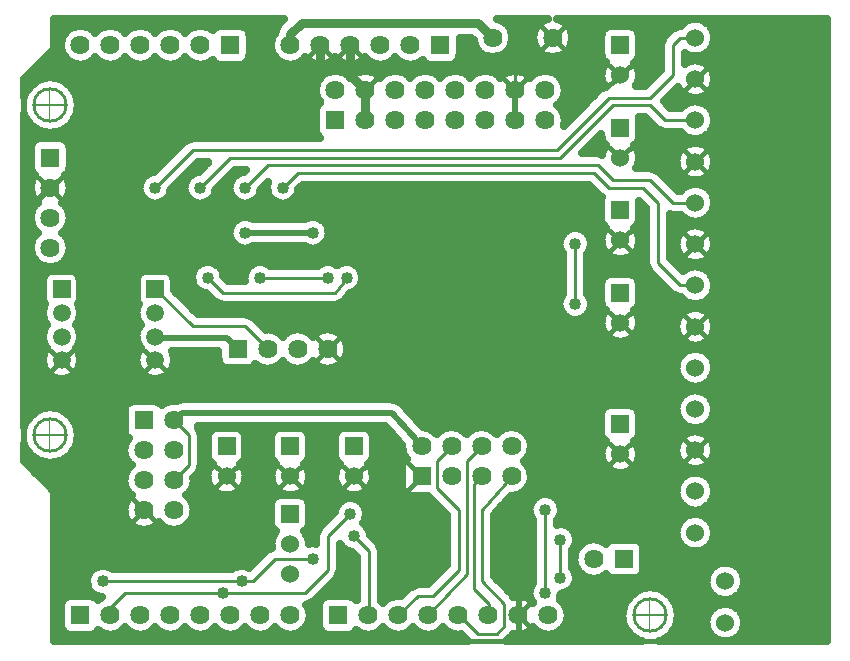
<source format=gtl>
G04  Format:          Gerber Format (RS-274-D), ASCII*
G04*
G04  Format Options:  Absolute Positioning*
G04                   Leading-Zero Suppression*
G04                   Scale Factor 1:1*
G04                   NO Circular Interpolation*
G04                   Millimeter Units*
G04                   Numeric Format: 4.4 (XXXX.XXXX)*
G04                   G54 NOT Used for Aperture Change*
G04                   Apertures Embedded*
G04*
G04  File Options:    Offset = (0.000mm,0.000mm)*
G04                   Drill Symbol Size = 0.000mm*
G04                   No Pad/Via Holes*
G04*
G04  File Contents:   Pads*
G04                   Vias*
G04                   No Designators*
G04                   No Types*
G04                   No Values*
G04                   No Drill Symbols*
G04                   Top*
G04*
%INARHAB_VB.GTL*%
%ICAS*%
%MOMM*%
G04*
G04  Aperture MACROs for general use --- invoked via D-code assignment *
G04*
G04  General MACRO for flashed round with rotation and/or offset hole *
%AMROTOFFROUND*
1,1,$1,0.0000,0.0000*
1,0,$2,$3,$4*%
G04*
G04  General MACRO for flashed oval (obround) with rotation and/or offset hole *
%AMROTOFFOVAL*
21,1,$1,$2,0.0000,0.0000,$3*
1,1,$4,$5,$6*
1,1,$4,0-$5,0-$6*
1,0,$7,$8,$9*%
G04*
G04  General MACRO for flashed oval (obround) with rotation and no hole *
%AMROTOVALNOHOLE*
21,1,$1,$2,0.0000,0.0000,$3*
1,1,$4,$5,$6*
1,1,$4,0-$5,0-$6*%
G04*
G04  General MACRO for flashed rectangle with rotation and/or offset hole *
%AMROTOFFRECT*
21,1,$1,$2,0.0000,0.0000,$3*
1,0,$4,$5,$6*%
G04*
G04  General MACRO for flashed rectangle with rotation and no hole *
%AMROTRECTNOHOLE*
21,1,$1,$2,0.0000,0.0000,$3*%
G04*
G04  General MACRO for flashed rounded-rectangle *
%AMROUNDRECT*
21,1,$1,$2-$4,0.0000,0.0000,$3*
21,1,$1-$4,$2,0.0000,0.0000,$3*
1,1,$4,$5,$6*
1,1,$4,$7,$8*
1,1,$4,0-$5,0-$6*
1,1,$4,0-$7,0-$8*
1,0,$9,$10,$11*%
G04*
G04  General MACRO for flashed rounded-rectangle with rotation and no hole *
%AMROUNDRECTNOHOLE*
21,1,$1,$2-$4,0.0000,0.0000,$3*
21,1,$1-$4,$2,0.0000,0.0000,$3*
1,1,$4,$5,$6*
1,1,$4,$7,$8*
1,1,$4,0-$5,0-$6*
1,1,$4,0-$7,0-$8*%
G04*
G04  General MACRO for flashed regular polygon *
%AMREGPOLY*
5,1,$1,0.0000,0.0000,$2,$3+$4*
1,0,$5,$6,$7*%
G04*
G04  General MACRO for flashed regular polygon with no hole *
%AMREGPOLYNOHOLE*
5,1,$1,0.0000,0.0000,$2,$3+$4*%
G04*
G04  General MACRO for target *
%AMTARGET*
6,0,0,$1,$2,$3,4,$4,$5,$6*%
G04*
G04  General MACRO for mounting hole *
%AMMTHOLE*
1,1,$1,0,0*
1,0,$2,0,0*
$1=$1-$2*
$1=$1/2*
21,1,$2+$1,$3,0,0,$4*
21,1,$3,$2+$1,0,0,$4*%
G04*
G04*
G04  D10 : "Ellipse X0.254mm Y0.254mm H0.000mm 0.0deg (0.000mm,0.000mm) Draw"*
G04  Disc: OuterDia=0.2540*
%ADD10C, 0.2540*%
G04  D11 : "Ellipse X0.279mm Y0.279mm H0.000mm 0.0deg (0.000mm,0.000mm) Draw"*
G04  Disc: OuterDia=0.2794*
%ADD11C, 0.2794*%
G04  D12 : "Ellipse X0.381mm Y0.381mm H0.000mm 0.0deg (0.000mm,0.000mm) Draw"*
G04  Disc: OuterDia=0.3810*
%ADD12C, 0.3810*%
G04  D13 : "Ellipse X0.508mm Y0.508mm H0.000mm 0.0deg (0.000mm,0.000mm) Draw"*
G04  Disc: OuterDia=0.5080*
%ADD13C, 0.5080*%
G04  D14 : "Ellipse X0.635mm Y0.635mm H0.000mm 0.0deg (0.000mm,0.000mm) Draw"*
G04  Disc: OuterDia=0.6350*
%ADD14C, 0.6350*%
G04  D15 : "Ellipse X0.762mm Y0.762mm H0.000mm 0.0deg (0.000mm,0.000mm) Draw"*
G04  Disc: OuterDia=0.7620*
%ADD15C, 0.7620*%
G04  D16 : "Ellipse X0.127mm Y0.127mm H0.000mm 0.0deg (0.000mm,0.000mm) Draw"*
G04  Disc: OuterDia=0.1270*
%ADD16C, 0.1270*%
G04  D17 : "Ellipse X0.152mm Y0.152mm H0.000mm 0.0deg (0.000mm,0.000mm) Draw"*
G04  Disc: OuterDia=0.1524*
%ADD17C, 0.1524*%
G04  D18 : "Ellipse X0.180mm Y0.180mm H0.000mm 0.0deg (0.000mm,0.000mm) Draw"*
G04  Disc: OuterDia=0.1800*
%ADD18C, 0.1800*%
G04  D19 : "Ellipse X0.250mm Y0.250mm H0.000mm 0.0deg (0.000mm,0.000mm) Draw"*
G04  Disc: OuterDia=0.2500*
%ADD19C, 0.2500*%
G04  D20 : "Ellipse X3.152mm Y3.152mm H0.000mm 0.0deg (0.000mm,0.000mm) Flash"*
G04  Disc: OuterDia=3.1520*
%ADD20C, 3.1520*%
G04  D21 : "Ellipse X1.500mm Y1.500mm H0.000mm 0.0deg (0.000mm,0.000mm) Flash"*
G04  Disc: OuterDia=1.5000*
%ADD21C, 1.5000*%
G04  D22 : "Ellipse X1.524mm Y1.524mm H0.000mm 0.0deg (0.000mm,0.000mm) Flash"*
G04  Disc: OuterDia=1.5240*
%ADD22C, 1.5240*%
G04  D23 : "Ellipse X1.626mm Y1.626mm H0.000mm 0.0deg (0.000mm,0.000mm) Flash"*
G04  Disc: OuterDia=1.6256*
%ADD23C, 1.6256*%
G04  D24 : "Ellipse X1.652mm Y1.652mm H0.000mm 0.0deg (0.000mm,0.000mm) Flash"*
G04  Disc: OuterDia=1.6520*
%ADD24C, 1.6520*%
G04  D25 : "Ellipse X1.676mm Y1.676mm H0.000mm 0.0deg (0.000mm,0.000mm) Flash"*
G04  Disc: OuterDia=1.6760*
%ADD25C, 1.6760*%
G04  D26 : "Ellipse X1.778mm Y1.778mm H0.000mm 0.0deg (0.000mm,0.000mm) Flash"*
G04  Disc: OuterDia=1.7776*
%ADD26C, 1.7776*%
G04  D27 : "Mounting Hole X3.000mm Y3.000mm H0.000mm 0.0deg (0.000mm,0.000mm) Flash"*
G04  Mounting Hole: Diameter=3.0000, Rotation=0.0, LineWidth=0.1270 *
%ADD27MTHOLE, 3.0000 X2.4920 X0.1270 X0.0*%
G04  D28 : "Rectangle X0.813mm Y0.813mm H0.000mm 0.0deg (0.000mm,0.000mm) Flash"*
G04  Square: Side=0.8128, Rotation=0.0, OffsetX=0.0000, OffsetY=0.0000, HoleDia=0.0000*
%ADD28R, 0.8128 X0.8128*%
G04  D29 : "Rectangle X0.965mm Y0.965mm H0.000mm 0.0deg (0.000mm,0.000mm) Flash"*
G04  Square: Side=0.9648, Rotation=0.0, OffsetX=0.0000, OffsetY=0.0000, HoleDia=0.0000*
%ADD29R, 0.9648 X0.9648*%
G04  D30 : "Rectangle X1.500mm Y1.000mm H0.000mm 0.0deg (0.000mm,0.000mm) Flash"*
G04  Rectangular: DimX=1.5000, DimY=1.0000, Rotation=0.0, OffsetX=0.0000, OffsetY=0.0000, HoleDia=0.0000 *
%ADD30R, 1.5000 X1.0000*%
G04  D31 : "Rectangle X1.400mm Y1.100mm H0.000mm 0.0deg (0.000mm,0.000mm) Flash"*
G04  Rectangular: DimX=1.4000, DimY=1.1000, Rotation=0.0, OffsetX=0.0000, OffsetY=0.0000, HoleDia=0.0000 *
%ADD31R, 1.4000 X1.1000*%
G04  D32 : "Rectangle X1.652mm Y1.152mm H0.000mm 0.0deg (0.000mm,0.000mm) Flash"*
G04  Rectangular: DimX=1.6520, DimY=1.1520, Rotation=0.0, OffsetX=0.0000, OffsetY=0.0000, HoleDia=0.0000 *
%ADD32R, 1.6520 X1.1520*%
G04  D33 : "Rectangle X1.552mm Y1.252mm H0.000mm 0.0deg (0.000mm,0.000mm) Flash"*
G04  Rectangular: DimX=1.5520, DimY=1.2520, Rotation=0.0, OffsetX=0.0000, OffsetY=0.0000, HoleDia=0.0000 *
%ADD33R, 1.5520 X1.2520*%
G04  D34 : "Rectangle X1.500mm Y1.500mm H0.000mm 0.0deg (0.000mm,0.000mm) Flash"*
G04  Square: Side=1.5000, Rotation=0.0, OffsetX=0.0000, OffsetY=0.0000, HoleDia=0.0000*
%ADD34R, 1.5000 X1.5000*%
G04  D35 : "Rectangle X1.524mm Y1.524mm H0.000mm 0.0deg (0.000mm,0.000mm) Flash"*
G04  Square: Side=1.5240, Rotation=0.0, OffsetX=0.0000, OffsetY=0.0000, HoleDia=0.0000*
%ADD35R, 1.5240 X1.5240*%
G04  D36 : "Rectangle X1.626mm Y1.626mm H0.000mm 0.0deg (0.000mm,0.000mm) Flash"*
G04  Square: Side=1.6256, Rotation=0.0, OffsetX=0.0000, OffsetY=0.0000, HoleDia=0.0000*
%ADD36R, 1.6256 X1.6256*%
G04  D37 : "Rectangle X1.652mm Y1.652mm H0.000mm 0.0deg (0.000mm,0.000mm) Flash"*
G04  Square: Side=1.6520, Rotation=0.0, OffsetX=0.0000, OffsetY=0.0000, HoleDia=0.0000*
%ADD37R, 1.6520 X1.6520*%
G04  D38 : "Rectangle X1.676mm Y1.676mm H0.000mm 0.0deg (0.000mm,0.000mm) Flash"*
G04  Square: Side=1.6760, Rotation=0.0, OffsetX=0.0000, OffsetY=0.0000, HoleDia=0.0000*
%ADD38R, 1.6760 X1.6760*%
G04  D39 : "Rectangle X1.778mm Y1.778mm H0.000mm 0.0deg (0.000mm,0.000mm) Flash"*
G04  Square: Side=1.7776, Rotation=0.0, OffsetX=0.0000, OffsetY=0.0000, HoleDia=0.0000*
%ADD39R, 1.7776 X1.7776*%
G04  D40 : "Rectangle X2.032mm Y0.660mm H0.000mm 0.0deg (0.000mm,0.000mm) Flash"*
G04  Rectangular: DimX=2.0320, DimY=0.6604, Rotation=0.0, OffsetX=0.0000, OffsetY=0.0000, HoleDia=0.0000 *
%ADD40R, 2.0320 X0.6604*%
G04  D41 : "Rectangle X0.660mm Y2.032mm H0.000mm 0.0deg (0.000mm,0.000mm) Flash"*
G04  Rectangular: DimX=0.6604, DimY=2.0320, Rotation=0.0, OffsetX=0.0000, OffsetY=0.0000, HoleDia=0.0000 *
%ADD41R, 0.6604 X2.0320*%
G04  D42 : "Rectangle X2.184mm Y0.812mm H0.000mm 0.0deg (0.000mm,0.000mm) Flash"*
G04  Rectangular: DimX=2.1840, DimY=0.8124, Rotation=0.0, OffsetX=0.0000, OffsetY=0.0000, HoleDia=0.0000 *
%ADD42R, 2.1840 X0.8124*%
G04  D43 : "Rectangle X0.812mm Y2.184mm H0.000mm 0.0deg (0.000mm,0.000mm) Flash"*
G04  Rectangular: DimX=0.8124, DimY=2.1840, Rotation=0.0, OffsetX=0.0000, OffsetY=0.0000, HoleDia=0.0000 *
%ADD43R, 0.8124 X2.1840*%
G04  D44 : "Ellipse X1.016mm Y1.016mm H0.000mm 0.0deg (0.000mm,0.000mm) Flash"*
G04  Disc: OuterDia=1.0160*
%ADD44C, 1.0160*%
G04  D45 : "Ellipse X1.168mm Y1.168mm H0.000mm 0.0deg (0.000mm,0.000mm) Flash"*
G04  Disc: OuterDia=1.1680*
%ADD45C, 1.1680*%
G04*
%FSLAX44Y44*%
%SFA1B1*%
%OFA0.000B0.000*%
G04*
G71*
G90*
G01*
D2*
%LNTop*%
D13*
X1117600Y869950*
X1095375Y847725D1*
D2*
D11*
X1168400Y508000*
Y514350D1*
X1181100Y527050*
X1162050Y536575D2*
X1165225D1*
D2*
D13*
X1206500Y742950*
Y743900D1*
D2*
D11*
Y784225*
Y783900D1*
X1289050Y536575D2*
X1279525D1*
X1222375Y622300D2*
X1235075Y635000D1*
Y660400*
D2*
D13*
X1222375Y673100*
X1228725Y679450D1*
D2*
D11*
X1222375Y673100*
X1235075Y660400D1*
X1282700Y752475D2*
X1238250D1*
D2*
D13*
X1276350Y733425*
X1266825Y742950D1*
D2*
D11*
X1250950Y793750*
X1263650Y781050D1*
D2*
D10*
X1244600Y869950*
X1270000Y895350D1*
D2*
D11*
X1352550Y546100*
Y574675D1*
X1308100Y555625D2*
X1339850D1*
X1358900Y781050D2*
X1368425Y793750D1*
D2*
D10*
X1327150Y882650*
X1314450Y869950D1*
D2*
D15*
X1346200Y971550*
X1365250D1*
X1320800Y1000125D2*
X1330325Y1009650D1*
D2*
D11*
X1387475Y508000*
X1386840D1*
X1412240D2*
X1428750Y523875D1*
X1441450*
X1387475Y561975D2*
X1374775Y574675D1*
X1444625Y638175D2*
Y615950D1*
D2*
D13*
X1406525Y679450*
X1431925Y650875D1*
D2*
D15*
X1384300Y952500*
Y927100D1*
D2*
D11*
X1489075Y517525*
X1488440Y508000D1*
X1463675D2*
X1463040D1*
X1501775Y498475D2*
Y517525D1*
X1479550Y492125D2*
X1463675Y508000D1*
X1495425Y492125D2*
X1501775Y498475D1*
X1479550Y492125D2*
X1495425D1*
X1489075Y517525D2*
X1476375Y530225D1*
D2*
D13*
X1514475Y508000*
Y485775D1*
Y508000D2*
Y530225D1*
X1513840Y508000D2*
X1514475D1*
D2*
D11*
X1482725Y536575*
Y596900D1*
X1463675Y546100D2*
Y596900D1*
X1476375Y619125D2*
X1482725Y625475D1*
X1470025Y638175D2*
X1482725Y650875D1*
D2*
D13*
X1511300Y952500*
Y927100D1*
D2*
D11*
Y965200*
Y952500D1*
D2*
D15*
X1479550Y1009650*
X1492250Y996950D1*
D2*
D11*
X1549400Y571500*
Y539750D1*
X1562100Y771525D2*
Y822325D1*
X1581150Y889000D2*
X1593850Y876300D1*
X1577975Y882650D2*
X1590675Y869950D1*
X1663700Y787400D2*
X1651000D1*
X1631950Y806450D2*
X1651000Y787400D1*
X1644650Y857250D2*
X1625600Y876300D1*
X1644650Y857250D2*
X1663700D1*
X1619250Y869950D2*
X1631950Y857250D1*
X1638300Y927100D2*
X1625600Y939800D1*
X1638300Y927100D2*
X1663700D1*
X1625600Y946150D2*
X1644650Y965200D1*
X1651000Y996950D2*
X1663700D1*
X1333500Y527050D2*
X1352550Y546100D1*
D2*
D15*
X1346200Y990600*
Y971550D1*
X1320800Y990600D2*
Y1000125D1*
D2*
D11*
X1387475Y508000*
Y561975D1*
X1501775Y517525D2*
X1482725Y536575D1*
D2*
D13*
X1501775Y542925*
X1514475Y530225D1*
D2*
D11*
X1482725Y596900*
X1508125Y625475D1*
X1476375Y530225D2*
Y619125D1*
X1470025Y542925D2*
Y638175D1*
X1536700Y596900D2*
Y527050D1*
X1546225Y901700D2*
X1590675Y946150D1*
X1549400Y895350D2*
X1593850Y939800D1*
X1631950Y857250D2*
Y806450D1*
X1644650Y990600D2*
X1651000Y996950D1*
X1644650Y965200D2*
Y990600D1*
D2*
D13*
X1095375Y958850*
Y847725D1*
Y638175*
D2*
D10*
X1206500Y869950*
X1238250Y901700D1*
D2*
D11*
X1333500Y527050*
X1263650D1*
D2*
D12*
X1435100Y485775*
X1514475D1*
D2*
D11*
X1352550Y574675*
X1371600Y593725D1*
X1289050Y536575D2*
X1308100Y555625D1*
X1457325Y650875D2*
X1444625Y638175D1*
X1301750Y733425D2*
X1282700Y752475D1*
D2*
D13*
Y831850*
X1339850D1*
D2*
D11*
X1295400Y793750*
X1352550D1*
X1358900Y781050D2*
X1263650D1*
D2*
D10*
X1282700Y869950*
X1301750Y889000D1*
D2*
D11*
X1549400Y895350*
X1270000D1*
D2*
D15*
X1371600Y971550*
X1365250D1*
X1384300Y952500*
X1330325Y1009650D2*
X1479550D1*
D2*
D11*
X1593850Y876300*
X1625600D1*
X1590675Y869950D2*
X1619250D1*
X1593850Y939800D2*
X1625600D1*
Y946150D2*
X1590675D1*
X1238250Y752475D2*
X1206500Y784225D1*
X1441450Y523875D2*
X1463675Y546100D1*
X1470025Y542925D2*
X1437640Y508000D1*
X1463675Y596900D2*
X1444625Y615950D1*
D2*
D15*
X1371600Y990600*
Y971550D1*
D2*
D11*
X1543050Y996950*
X1511300Y965200D1*
X1263650Y527050D2*
X1181100D1*
X1165225Y536575D2*
X1279525D1*
D2*
D13*
X1228725Y679450*
X1406525D1*
X1266825Y742950D2*
X1206500D1*
D2*
D12*
X1514475Y485775*
X1638300D1*
D2*
D11*
X1546225Y901700*
X1238250D1*
X1301750Y889000D2*
X1581150D1*
X1577975Y882650D2*
X1327150D1*
D2*
D14*
X1568062Y899360*
X1581150D1*
X1584608Y897928*
X1585321Y901512*
X1588386Y906100*
X1586686Y907236*
X1584879Y909940*
X1584244Y913130*
Y915542*
X1568062Y899360*
X1571392Y902690D2*
X1586108D1*
X1576155Y907453D2*
X1586541D1*
X1580917Y912215D2*
X1584426D1*
D2*
D12*
X1596390Y899160*
X1588386Y906100D1*
X1596390Y899160D2*
X1588386Y906100D1*
D2*
D14*
X1583348Y953476*
X1587804Y955321D1*
X1585321Y959037*
X1584095Y965200*
X1585321Y971362*
X1588386Y975950*
X1586686Y977086*
X1584879Y979790*
X1584244Y982980*
Y998220*
X1584879Y1001409*
X1586686Y1004113*
X1589390Y1005920*
X1592580Y1006555*
X1607820*
X1611009Y1005920*
X1613713Y1004113*
X1615520Y1001409*
X1616155Y998220*
Y982980*
X1615520Y979790*
X1613713Y977086*
X1612013Y975950*
X1615078Y971362*
X1616304Y965200*
X1615078Y959037*
X1613390Y956510*
X1621308*
X1634289Y969491*
Y990600*
X1637323Y997926*
X1643673Y1004276*
X1651000Y1007310*
X1651626*
X1652312Y1008337*
X1657537Y1011828*
X1662546Y1012825*
X1546806*
X1549411Y1012307*
X1554803Y1008703*
X1558407Y1003311*
X1559672Y996950*
X1558407Y990588*
X1554803Y985196*
X1549411Y981593*
X1543050Y980327*
X1536688Y981593*
X1531296Y985196*
X1527693Y990588*
X1526427Y996950*
X1527693Y1003311*
X1531296Y1008703*
X1536688Y1012307*
X1539293Y1012825*
X1496006*
X1498611Y1012307*
X1504003Y1008703*
X1507607Y1003311*
X1508872Y996950*
X1507607Y990588*
X1504003Y985196*
X1498611Y981593*
X1492250Y980327*
X1485888Y981593*
X1480496Y985196*
X1476893Y990588*
X1476055Y994798*
X1474176Y996677*
X1464263*
Y982472*
X1463628Y979282*
X1461821Y976578*
X1459117Y974771*
X1455928Y974136*
X1439672*
X1436482Y974771*
X1433778Y976578*
X1432846Y977972*
X1428761Y975243*
X1422400Y973977*
X1416038Y975243*
X1410646Y978846*
X1409700Y980262*
X1408753Y978846*
X1403361Y975243*
X1397000Y973977*
X1390638Y975243*
X1385246Y978846*
X1384300Y980262*
X1383353Y978846*
X1377961Y975243*
X1371600Y973977*
X1365238Y975243*
X1359846Y978846*
X1358900Y980262*
X1357953Y978846*
X1352561Y975243*
X1346200Y973977*
X1339838Y975243*
X1334446Y978846*
X1333500Y980262*
X1332553Y978846*
X1327161Y975243*
X1320800Y973977*
X1314438Y975243*
X1309046Y978846*
X1305443Y984238*
X1304177Y990600*
X1305443Y996961*
X1308268Y1001190*
X1311627Y1009297*
X1315154Y1012825*
X1120775*
Y987425*
X1095375Y962025*
Y946858*
X1095769Y948842*
X1100891Y956508*
X1108557Y961630*
X1117600Y963429*
X1126642Y961630*
X1134308Y956508*
X1139430Y948842*
X1141229Y939800*
X1139430Y930757*
X1134308Y923091*
X1126642Y917969*
X1117600Y916171*
X1108557Y917969*
X1100891Y923091*
X1095769Y930757*
X1095375Y932741*
Y667458*
X1095769Y669442*
X1100891Y677108*
X1108557Y682230*
X1117600Y684029*
X1126642Y682230*
X1134308Y677108*
X1139430Y669442*
X1141229Y660400*
X1139430Y651357*
X1134308Y643691*
X1126642Y638569*
X1117600Y636771*
X1108557Y638569*
X1100891Y643691*
X1095769Y651357*
X1095375Y653341*
Y638175*
X1120775Y612775*
Y485775*
X1471247*
X1465212Y491809*
X1463040Y491377*
X1456678Y492643*
X1451286Y496246*
X1450340Y497662*
X1449393Y496246*
X1444001Y492643*
X1437640Y491377*
X1431278Y492643*
X1425886Y496246*
X1424940Y497662*
X1423993Y496246*
X1418601Y492643*
X1412240Y491377*
X1405878Y492643*
X1400486Y496246*
X1399540Y497662*
X1398593Y496246*
X1393201Y492643*
X1386840Y491377*
X1380478Y492643*
X1376393Y495372*
X1375461Y493978*
X1372757Y492171*
X1369568Y491536*
X1353312*
X1350122Y492171*
X1347418Y493978*
X1345611Y496682*
X1344976Y499872*
Y516128*
X1345611Y519317*
X1347418Y522021*
X1350122Y523828*
X1353312Y524463*
X1369568*
X1372757Y523828*
X1375461Y522021*
X1376393Y520627*
X1377114Y521108*
Y557683*
X1373354Y561442*
X1369603Y562189*
X1365218Y565118*
X1362910Y568572*
Y546100*
X1359876Y538773*
X1340826Y519723*
X1334362Y517046*
X1336157Y514361*
X1337422Y508000*
X1336157Y501638*
X1332553Y496246*
X1327161Y492643*
X1320800Y491377*
X1314438Y492643*
X1309046Y496246*
X1308100Y497662*
X1307153Y496246*
X1301761Y492643*
X1295400Y491377*
X1289038Y492643*
X1283646Y496246*
X1282700Y497662*
X1281753Y496246*
X1276361Y492643*
X1270000Y491377*
X1263638Y492643*
X1258246Y496246*
X1257300Y497662*
X1256353Y496246*
X1250961Y492643*
X1244600Y491377*
X1238238Y492643*
X1232846Y496246*
X1231900Y497662*
X1230953Y496246*
X1225561Y492643*
X1219200Y491377*
X1212838Y492643*
X1207446Y496246*
X1206500Y497662*
X1205553Y496246*
X1200161Y492643*
X1193800Y491377*
X1187438Y492643*
X1182046Y496246*
X1181100Y497662*
X1180153Y496246*
X1174761Y492643*
X1168400Y491377*
X1162038Y492643*
X1157953Y495372*
X1157021Y493978*
X1154317Y492171*
X1151128Y491536*
X1134872*
X1131682Y492171*
X1128978Y493978*
X1127171Y496682*
X1126536Y499872*
Y516128*
X1127171Y519317*
X1128978Y522021*
X1131682Y523828*
X1134872Y524463*
X1151128*
X1154317Y523828*
X1157021Y522021*
X1157953Y520627*
X1161699Y523130*
X1156878Y524089*
X1152493Y527018*
X1149564Y531403*
X1148535Y536575*
X1149564Y541746*
X1152493Y546131*
X1156878Y549060*
X1162050Y550089*
X1167221Y549060*
X1170402Y546935*
X1271172*
X1274353Y549060*
X1279525Y550089*
X1284696Y549060*
X1286007Y548185*
X1300773Y562951*
X1305384Y564861*
X1304695Y568325*
X1305921Y574487*
X1308986Y579075*
X1307286Y580211*
X1305479Y582915*
X1304844Y586105*
Y601345*
X1305479Y604534*
X1307286Y607238*
X1309990Y609045*
X1313180Y609680*
X1319244*
X1314637Y610596*
X1309412Y614087*
X1305921Y619312*
X1304695Y625475*
X1305921Y631637*
X1308986Y636225*
X1307286Y637361*
X1305479Y640065*
X1304844Y643255*
Y658495*
X1305479Y661684*
X1307286Y664388*
X1309990Y666195*
X1313180Y666830*
X1328420*
X1331609Y666195*
X1334313Y664388*
X1336120Y661684*
X1336755Y658495*
Y643255*
X1336120Y640065*
X1334313Y637361*
X1332613Y636225*
X1335678Y631637*
X1336904Y625475*
X1335678Y619312*
X1332187Y614087*
X1326962Y610596*
X1322355Y609680*
X1328420*
X1331609Y609045*
X1334313Y607238*
X1336120Y604534*
X1336755Y601345*
Y586105*
X1336120Y582915*
X1334313Y580211*
X1332613Y579075*
X1335678Y574487*
X1336860Y568545*
X1339850Y569139*
X1342189Y568674*
Y574675*
X1345223Y582001*
X1358367Y595145*
X1359114Y598896*
X1362043Y603281*
X1366428Y606210*
X1371600Y607239*
X1376771Y606210*
X1381156Y603281*
X1384085Y598896*
X1385114Y593725*
X1384085Y588553*
X1382165Y585678*
X1384331Y584231*
X1387260Y579846*
X1388007Y576095*
X1394801Y569301*
X1397835Y561975*
Y520260*
X1398593Y519753*
X1399540Y518337*
X1400486Y519753*
X1405878Y523357*
X1412240Y524622*
X1414178Y524236*
X1421568Y531343*
X1425173Y532754*
X1428750Y534235*
X1437158*
X1453314Y550391*
Y592608*
X1437298Y608623*
X1437138Y609011*
X1423797*
X1420607Y609646*
X1417903Y611453*
X1416096Y614157*
X1415461Y617347*
Y633603*
X1416096Y636792*
X1417903Y639496*
X1419297Y640428*
X1416568Y644513*
X1415302Y650875*
X1415504Y651890*
X1401316Y667852*
X1242275*
X1242401Y667726*
X1245435Y660400*
Y635000*
X1242401Y627673*
X1238670Y623943*
X1238997Y622300*
X1237732Y615938*
X1234128Y610546*
X1232712Y609600*
X1234128Y608653*
X1237732Y603261*
X1238997Y596900*
X1237732Y590538*
X1234128Y585146*
X1228736Y581543*
X1222375Y580277*
X1216013Y581543*
X1210621Y585146*
X1209675Y586562*
X1208728Y585146*
X1203336Y581543*
X1196975Y580277*
X1190613Y581543*
X1185221Y585146*
X1181618Y590538*
X1180352Y596900*
X1181618Y603261*
X1185221Y608653*
X1186637Y609600*
X1185221Y610546*
X1181618Y615938*
X1180352Y622300*
X1181618Y628661*
X1185221Y634053*
X1186637Y635000*
X1185221Y635946*
X1181618Y641338*
X1180352Y647700*
X1181618Y654061*
X1184347Y658146*
X1182953Y659078*
X1181146Y661782*
X1180511Y664972*
Y681228*
X1181146Y684417*
X1182953Y687121*
X1185657Y688928*
X1188847Y689563*
X1205103*
X1208292Y688928*
X1210996Y687121*
X1211928Y685727*
X1216013Y688457*
X1222375Y689722*
X1224503Y689299*
X1228725Y691047*
X1406525*
X1406861Y690908*
X1407206Y691027*
X1410916Y689228*
X1414725Y687650*
X1414865Y687314*
X1415193Y687155*
X1432826Y667318*
X1438286Y666232*
X1443678Y662628*
X1444625Y661212*
X1445571Y662628*
X1450963Y666232*
X1457325Y667497*
X1463686Y666232*
X1469078Y662628*
X1470025Y661212*
X1470971Y662628*
X1476363Y666232*
X1482725Y667497*
X1489086Y666232*
X1494478Y662628*
X1495425Y661212*
X1496371Y662628*
X1501763Y666232*
X1508125Y667497*
X1514486Y666232*
X1519878Y662628*
X1523482Y657236*
X1524747Y650875*
X1523482Y644513*
X1519878Y639121*
X1518462Y638175*
X1519878Y637228*
X1523482Y631836*
X1524747Y625475*
X1523482Y619113*
X1519878Y613721*
X1514486Y610118*
X1508125Y608852*
X1507348Y609007*
X1493085Y592960*
Y540866*
X1509101Y524851*
X1509549Y523768*
X1513840Y524622*
X1520201Y523357*
X1525593Y519753*
X1526540Y518337*
X1526559Y518367*
X1524214Y521878*
X1523185Y527050*
X1524214Y532221*
X1526339Y535402*
Y588547*
X1524214Y591728*
X1523185Y596900*
X1524214Y602071*
X1527143Y606456*
X1531528Y609385*
X1536700Y610414*
X1541871Y609385*
X1546256Y606456*
X1549185Y602071*
X1550214Y596900*
X1549185Y591728*
X1547060Y588547*
Y584549*
X1549400Y585014*
X1554571Y583985*
X1558956Y581056*
X1561885Y576671*
X1562914Y571500*
X1561885Y566328*
X1559760Y563147*
Y548102*
X1561885Y544921*
X1562914Y539750*
X1561885Y534578*
X1558956Y530193*
X1554571Y527264*
X1550079Y526370*
X1549185Y521878*
X1548762Y521244*
X1550993Y519753*
X1554597Y514361*
X1555862Y508000*
X1554597Y501638*
X1550993Y496246*
X1545601Y492643*
X1539240Y491377*
X1532878Y492643*
X1527486Y496246*
X1526540Y497662*
X1525593Y496246*
X1520201Y492643*
X1513840Y491377*
X1509549Y492231*
X1509101Y491148*
X1503727Y485775*
X1618541*
X1616557Y486169*
X1608891Y491291*
X1603769Y498957*
X1601971Y508000*
X1603769Y517042*
X1608891Y524708*
X1616557Y529830*
X1625600Y531629*
X1634642Y529830*
X1642308Y524708*
X1647430Y517042*
X1649229Y508000*
X1647430Y498957*
X1642308Y491291*
X1634642Y486169*
X1632658Y485775*
X1687946*
X1682937Y486771*
X1677712Y490262*
X1674221Y495487*
X1672995Y501650*
X1674221Y507812*
X1677712Y513037*
X1682937Y516528*
X1689100Y517754*
X1695262Y516528*
X1700487Y513037*
X1703978Y507812*
X1705204Y501650*
X1703978Y495487*
X1700487Y490262*
X1695262Y486771*
X1690253Y485775*
X1774825*
Y1012825*
X1664853*
X1669862Y1011828*
X1675087Y1008337*
X1678578Y1003112*
X1679804Y996950*
X1678578Y990787*
X1675087Y985562*
X1669862Y982071*
X1663700Y980845*
X1657537Y982071*
X1655010Y983759*
Y975140*
X1657537Y976828*
X1663700Y978054*
X1669862Y976828*
X1675087Y973337*
X1678578Y968112*
X1679804Y961950*
X1678578Y955787*
X1675087Y950562*
X1669862Y947071*
X1663700Y945845*
X1657537Y947071*
X1652312Y950562*
X1649249Y955147*
X1637077Y942975*
X1642591Y937460*
X1651626*
X1652312Y938487*
X1657537Y941978*
X1663700Y943204*
X1669862Y941978*
X1675087Y938487*
X1678578Y933262*
X1679804Y927100*
X1678578Y920937*
X1675087Y915712*
X1669862Y912221*
X1663700Y910995*
X1657537Y912221*
X1652312Y915712*
X1651626Y916739*
X1638300*
X1630973Y919773*
X1621308Y929439*
X1615942*
X1616155Y928370*
Y913130*
X1615520Y909940*
X1613713Y907236*
X1612013Y906100*
X1615078Y901512*
X1616304Y895350*
X1615078Y889187*
X1613390Y886660*
X1625600*
X1632926Y883626*
X1648941Y867610*
X1651626*
X1652312Y868637*
X1657537Y872128*
X1663700Y873354*
X1669862Y872128*
X1675087Y868637*
X1678578Y863412*
X1679804Y857250*
X1678578Y851087*
X1675087Y845862*
X1669862Y842371*
X1663700Y841145*
X1657537Y842371*
X1652312Y845862*
X1651626Y846889*
X1644650*
X1642310Y847858*
Y810741*
X1653482Y799569*
X1657537Y802278*
X1663700Y803504*
X1669862Y802278*
X1675087Y798787*
X1678578Y793562*
X1679804Y787400*
X1678578Y781237*
X1675087Y776012*
X1669862Y772521*
X1663700Y771295*
X1657537Y772521*
X1652312Y776012*
X1651626Y777039*
X1651000*
X1643673Y780073*
X1624623Y799123*
X1621589Y806450*
Y852958*
X1616155Y858392*
Y843280*
X1615520Y840090*
X1613713Y837386*
X1612013Y836250*
X1615078Y831662*
X1616304Y825500*
X1615078Y819337*
X1611587Y814112*
X1606362Y810621*
X1600200Y809395*
X1594037Y810621*
X1588812Y814112*
X1585321Y819337*
X1584095Y825500*
X1585321Y831662*
X1588386Y836250*
X1586686Y837386*
X1584879Y840090*
X1584244Y843280*
Y858520*
X1584879Y861709*
X1585026Y861929*
X1583348Y862623*
X1573683Y872289*
X1331247*
X1327730Y868772*
X1326935Y864778*
X1324006Y860393*
X1319621Y857464*
X1314450Y856435*
X1309278Y857464*
X1304893Y860393*
X1301964Y864778*
X1300935Y869950*
X1301873Y874665*
X1295980Y868772*
X1295185Y864778*
X1292256Y860393*
X1287871Y857464*
X1282700Y856435*
X1277528Y857464*
X1273143Y860393*
X1270214Y864778*
X1269185Y869950*
X1270214Y875121*
X1273143Y879506*
X1277528Y882435*
X1281522Y883230*
X1283281Y884989*
X1274097*
X1257880Y868772*
X1257085Y864778*
X1254156Y860393*
X1249771Y857464*
X1244600Y856435*
X1239428Y857464*
X1235043Y860393*
X1232114Y864778*
X1231085Y869950*
X1232114Y875121*
X1235043Y879506*
X1239428Y882435*
X1243422Y883230*
X1251531Y891339*
X1242347*
X1219780Y868772*
X1218985Y864778*
X1216056Y860393*
X1211671Y857464*
X1206500Y856435*
X1201328Y857464*
X1196943Y860393*
X1194014Y864778*
X1192985Y869950*
X1194014Y875121*
X1196943Y879506*
X1201328Y882435*
X1205322Y883230*
X1230786Y908694*
X1230923Y909026*
X1238250Y912060*
X1346401*
X1344878Y913078*
X1343071Y915782*
X1342436Y918972*
Y935228*
X1343071Y938417*
X1344878Y941121*
X1346272Y942053*
X1343543Y946138*
X1342277Y952500*
X1343543Y958861*
X1347146Y964253*
X1352538Y967857*
X1358900Y969122*
X1365261Y967857*
X1370653Y964253*
X1371600Y962837*
X1372546Y964253*
X1377938Y967857*
X1384300Y969122*
X1390661Y967857*
X1396053Y964253*
X1397000Y962837*
X1397946Y964253*
X1403338Y967857*
X1409700Y969122*
X1416061Y967857*
X1421453Y964253*
X1422400Y962837*
X1423346Y964253*
X1428738Y967857*
X1435100Y969122*
X1441461Y967857*
X1446853Y964253*
X1447800Y962837*
X1448746Y964253*
X1454138Y967857*
X1460500Y969122*
X1466861Y967857*
X1472253Y964253*
X1473200Y962837*
X1474146Y964253*
X1479538Y967857*
X1485900Y969122*
X1492261Y967857*
X1497653Y964253*
X1498600Y962837*
X1499546Y964253*
X1504938Y967857*
X1511300Y969122*
X1517661Y967857*
X1523053Y964253*
X1524000Y962837*
X1524946Y964253*
X1530338Y967857*
X1536700Y969122*
X1543061Y967857*
X1548453Y964253*
X1552057Y958861*
X1553322Y952500*
X1552057Y946138*
X1548453Y940746*
X1547037Y939800*
X1548453Y938853*
X1552057Y933461*
X1553322Y927100*
X1552415Y922543*
X1583348Y953476*
X1648821Y583937D2*
X1652312Y589162D1*
X1657537Y592653*
X1663700Y593879*
X1669862Y592653*
X1675087Y589162*
X1678578Y583937*
X1679804Y577775*
X1678578Y571612*
X1675087Y566387*
X1669862Y562896*
X1663700Y561670*
X1657537Y562896*
X1652312Y566387*
X1648821Y571612*
X1647595Y577775*
X1648821Y583937*
X1652312Y589162*
X1657537Y592653*
X1663700Y593879*
X1669862Y592653*
X1675087Y589162*
X1678578Y583937*
X1679804Y577775*
X1678578Y571612*
X1675087Y566387*
X1669862Y562896*
X1663700Y561670*
X1657537Y562896*
X1652312Y566387*
X1648821Y571612*
X1647595Y577775*
X1648821Y583937*
X1678578Y641462D2*
X1675087Y636237D1*
X1669862Y632746*
X1663700Y631520*
X1657537Y632746*
X1652312Y636237*
X1648821Y641462*
X1647595Y647625*
X1648821Y653787*
X1652312Y659012*
X1657537Y662503*
X1663700Y663729*
X1669862Y662503*
X1675087Y659012*
X1678578Y653787*
X1679804Y647625*
X1678578Y641462*
X1127643Y996961D2*
X1131246Y1002353D1*
X1136638Y1005957*
X1143000Y1007222*
X1149361Y1005957*
X1154753Y1002353*
X1155700Y1000937*
X1156646Y1002353*
X1162038Y1005957*
X1168400Y1007222*
X1174761Y1005957*
X1180153Y1002353*
X1181100Y1000937*
X1182046Y1002353*
X1187438Y1005957*
X1193800Y1007222*
X1200161Y1005957*
X1205553Y1002353*
X1206500Y1000937*
X1207446Y1002353*
X1212838Y1005957*
X1219200Y1007222*
X1225561Y1005957*
X1230953Y1002353*
X1231900Y1000937*
X1232846Y1002353*
X1238238Y1005957*
X1244600Y1007222*
X1250961Y1005957*
X1255046Y1003227*
X1255978Y1004621*
X1258682Y1006428*
X1261872Y1007063*
X1278128*
X1281317Y1006428*
X1284021Y1004621*
X1285828Y1001917*
X1286463Y998728*
Y982472*
X1285828Y979282*
X1284021Y976578*
X1281317Y974771*
X1278128Y974136*
X1261872*
X1258682Y974771*
X1255978Y976578*
X1255046Y977972*
X1250961Y975243*
X1244600Y973977*
X1238238Y975243*
X1232846Y978846*
X1231900Y980262*
X1230953Y978846*
X1225561Y975243*
X1219200Y973977*
X1212838Y975243*
X1207446Y978846*
X1206500Y980262*
X1205553Y978846*
X1200161Y975243*
X1193800Y973977*
X1187438Y975243*
X1182046Y978846*
X1181100Y980262*
X1180153Y978846*
X1174761Y975243*
X1168400Y973977*
X1162038Y975243*
X1156646Y978846*
X1155700Y980262*
X1154753Y978846*
X1149361Y975243*
X1143000Y973977*
X1136638Y975243*
X1131246Y978846*
X1127643Y984238*
X1126377Y990600*
X1127643Y996961*
X1678578Y711387D2*
X1675087Y706162D1*
X1669862Y702671*
X1663700Y701445*
X1657537Y702671*
X1652312Y706162*
X1648821Y711387*
X1647595Y717550*
X1648821Y723712*
X1652312Y728937*
X1657537Y732428*
X1663700Y733654*
X1669862Y732428*
X1675087Y728937*
X1678578Y723712*
X1679804Y717550*
X1678578Y711387*
X1675087Y706162*
X1669862Y702671*
X1663700Y701445*
X1657537Y702671*
X1652312Y706162*
X1648821Y711387*
X1647595Y717550*
X1648821Y723712*
X1652312Y728937*
X1657537Y732428*
X1663700Y733654*
X1669862Y732428*
X1675087Y728937*
X1678578Y723712*
X1679804Y717550*
X1678578Y711387*
Y885937D2*
X1675087Y880712D1*
X1669862Y877221*
X1663700Y875995*
X1657537Y877221*
X1652312Y880712*
X1648821Y885937*
X1647595Y892100*
X1648821Y898262*
X1652312Y903487*
X1657537Y906978*
X1663700Y908204*
X1669862Y906978*
X1675087Y903487*
X1678578Y898262*
X1679804Y892100*
X1678578Y885937*
X1675087Y880712*
X1669862Y877221*
X1663700Y875995*
X1657537Y877221*
X1652312Y880712*
X1648821Y885937*
X1647595Y892100*
X1648821Y898262*
X1652312Y903487*
X1657537Y906978*
X1663700Y908204*
X1669862Y906978*
X1675087Y903487*
X1678578Y898262*
X1679804Y892100*
X1678578Y885937*
X1112359Y770016D2*
X1113209Y771287D1*
X1111924Y773210*
X1111289Y776400*
Y791400*
X1111924Y794589*
X1113731Y797293*
X1116435Y799100*
X1119625Y799735*
X1134625*
X1137814Y799100*
X1140518Y797293*
X1142325Y794589*
X1142960Y791400*
Y776400*
X1142325Y773210*
X1141040Y771287*
X1141890Y770016*
X1143107Y763900*
X1141890Y757784*
X1139295Y753900*
X1141890Y750016*
X1143107Y743900*
X1141890Y737784*
X1139295Y733900*
X1141890Y730016*
X1143107Y723900*
X1141890Y717784*
X1138426Y712599*
X1133241Y709134*
X1127125Y707918*
X1121009Y709134*
X1115824Y712599*
X1112359Y717784*
X1111143Y723900*
X1112359Y730016*
X1114954Y733900*
X1112359Y737784*
X1111143Y743900*
X1112359Y750016*
X1114954Y753900*
X1112359Y757784*
X1111143Y763900*
X1112359Y770016*
X1287871Y819364D2*
X1282700Y818335D1*
X1277528Y819364*
X1273143Y822293*
X1270214Y826678*
X1269185Y831850*
X1270214Y837021*
X1273143Y841406*
X1277528Y844335*
X1282700Y845364*
X1287871Y844335*
X1289200Y843447*
X1333349*
X1334678Y844335*
X1339850Y845364*
X1345021Y844335*
X1349406Y841406*
X1352335Y837021*
X1353364Y831850*
X1352335Y826678*
X1349406Y822293*
X1345021Y819364*
X1339850Y818335*
X1334678Y819364*
X1333349Y820252*
X1289200*
X1287871Y819364*
X1281703Y619312D2*
X1278212Y614087D1*
X1272987Y610596*
X1266825Y609370*
X1260662Y610596*
X1255437Y614087*
X1251946Y619312*
X1250720Y625475*
X1251946Y631637*
X1255011Y636225*
X1253311Y637361*
X1251504Y640065*
X1250869Y643255*
Y658495*
X1251504Y661684*
X1253311Y664388*
X1256015Y666195*
X1259205Y666830*
X1274445*
X1277634Y666195*
X1280338Y664388*
X1282145Y661684*
X1282780Y658495*
Y643255*
X1282145Y640065*
X1280338Y637361*
X1278638Y636225*
X1281703Y631637*
X1282929Y625475*
X1281703Y619312*
X1574585Y766353D2*
X1571656Y761968D1*
X1567271Y759039*
X1562100Y758010*
X1556928Y759039*
X1552543Y761968*
X1549614Y766353*
X1548585Y771525*
X1549614Y776696*
X1551739Y779877*
Y813972*
X1549614Y817153*
X1548585Y822325*
X1549614Y827496*
X1552543Y831881*
X1556928Y834810*
X1562100Y835839*
X1567271Y834810*
X1571656Y831881*
X1574585Y827496*
X1575614Y822325*
X1574585Y817153*
X1572460Y813972*
Y779877*
X1574585Y776696*
X1575614Y771525*
X1574585Y766353*
X1129353Y856303D2*
X1132957Y850911D1*
X1134222Y844550*
X1132957Y838188*
X1129353Y832796*
X1127937Y831850*
X1129353Y830903*
X1132957Y825511*
X1134222Y819150*
X1132957Y812788*
X1129353Y807396*
X1123961Y803793*
X1117600Y802527*
X1111238Y803793*
X1105846Y807396*
X1102243Y812788*
X1100977Y819150*
X1102243Y825511*
X1105846Y830903*
X1107262Y831850*
X1105846Y832796*
X1102243Y838188*
X1100977Y844550*
X1102243Y850911*
X1105846Y856303*
X1107262Y857250*
X1105846Y858196*
X1102243Y863588*
X1100977Y869950*
X1102243Y876311*
X1104972Y880396*
X1103578Y881328*
X1101771Y884032*
X1101136Y887222*
Y903478*
X1101771Y906667*
X1103578Y909371*
X1106282Y911178*
X1109472Y911813*
X1125728*
X1128917Y911178*
X1131621Y909371*
X1133428Y906667*
X1134063Y903478*
Y887222*
X1133428Y884032*
X1131621Y881328*
X1130227Y880396*
X1132957Y876311*
X1134222Y869950*
X1132957Y863588*
X1129353Y858196*
X1127937Y857250*
X1129353Y856303*
X1648821Y618937D2*
X1652312Y624162D1*
X1657537Y627653*
X1663700Y628879*
X1669862Y627653*
X1675087Y624162*
X1678578Y618937*
X1679804Y612775*
X1678578Y606612*
X1675087Y601387*
X1669862Y597896*
X1663700Y596670*
X1657537Y597896*
X1652312Y601387*
X1648821Y606612*
X1647595Y612775*
X1648821Y618937*
X1703978Y530487D2*
X1700487Y525262D1*
X1695262Y521771*
X1689100Y520545*
X1682937Y521771*
X1677712Y525262*
X1674221Y530487*
X1672995Y536650*
X1674221Y542812*
X1677712Y548037*
X1682937Y551528*
X1689100Y552754*
X1695262Y551528*
X1700487Y548037*
X1703978Y542812*
X1705204Y536650*
X1703978Y530487*
X1648821Y618937D2*
X1652312Y624162D1*
X1657537Y627653*
X1663700Y628879*
X1669862Y627653*
X1675087Y624162*
X1678578Y618937*
X1679804Y612775*
X1678578Y606612*
X1675087Y601387*
X1669862Y597896*
X1663700Y596670*
X1657537Y597896*
X1652312Y601387*
X1648821Y606612*
X1647595Y612775*
X1648821Y618937*
X1703978Y530487D2*
X1700487Y525262D1*
X1695262Y521771*
X1689100Y520545*
X1682937Y521771*
X1677712Y525262*
X1674221Y530487*
X1672995Y536650*
X1674221Y542812*
X1677712Y548037*
X1682937Y551528*
X1689100Y552754*
X1695262Y551528*
X1700487Y548037*
X1703978Y542812*
X1705204Y536650*
X1703978Y530487*
X1615078Y749487D2*
X1611587Y744262D1*
X1606362Y740771*
X1600200Y739545*
X1594037Y740771*
X1588812Y744262*
X1585321Y749487*
X1584095Y755650*
X1585321Y761812*
X1588386Y766400*
X1586686Y767536*
X1584879Y770240*
X1584244Y773430*
Y788670*
X1584879Y791859*
X1586686Y794563*
X1589390Y796370*
X1592580Y797005*
X1607820*
X1611009Y796370*
X1613713Y794563*
X1615520Y791859*
X1616155Y788670*
Y773430*
X1615520Y770240*
X1613713Y767536*
X1612013Y766400*
X1615078Y761812*
X1616304Y755650*
X1615078Y749487*
X1678578Y816087D2*
X1675087Y810862D1*
X1669862Y807371*
X1663700Y806145*
X1657537Y807371*
X1652312Y810862*
X1648821Y816087*
X1647595Y822250*
X1648821Y828412*
X1652312Y833637*
X1657537Y837128*
X1663700Y838354*
X1669862Y837128*
X1675087Y833637*
X1678578Y828412*
X1679804Y822250*
X1678578Y816087*
Y746237D2*
X1675087Y741012D1*
X1669862Y737521*
X1663700Y736295*
X1657537Y737521*
X1652312Y741012*
X1648821Y746237*
X1647595Y752400*
X1648821Y758562*
X1652312Y763787*
X1657537Y767278*
X1663700Y768504*
X1669862Y767278*
X1675087Y763787*
X1678578Y758562*
X1679804Y752400*
X1678578Y746237*
Y676387D2*
X1675087Y671162D1*
X1669862Y667671*
X1663700Y666445*
X1657537Y667671*
X1652312Y671162*
X1648821Y676387*
X1647595Y682550*
X1648821Y688712*
X1652312Y693937*
X1657537Y697428*
X1663700Y698654*
X1669862Y697428*
X1675087Y693937*
X1678578Y688712*
X1679804Y682550*
X1678578Y676387*
Y816087D2*
X1675087Y810862D1*
X1669862Y807371*
X1663700Y806145*
X1657537Y807371*
X1652312Y810862*
X1648821Y816087*
X1647595Y822250*
X1648821Y828412*
X1652312Y833637*
X1657537Y837128*
X1663700Y838354*
X1669862Y837128*
X1675087Y833637*
X1678578Y828412*
X1679804Y822250*
X1678578Y816087*
Y746237D2*
X1675087Y741012D1*
X1669862Y737521*
X1663700Y736295*
X1657537Y737521*
X1652312Y741012*
X1648821Y746237*
X1647595Y752400*
X1648821Y758562*
X1652312Y763787*
X1657537Y767278*
X1663700Y768504*
X1669862Y767278*
X1675087Y763787*
X1678578Y758562*
X1679804Y752400*
X1678578Y746237*
Y676387D2*
X1675087Y671162D1*
X1669862Y667671*
X1663700Y666445*
X1657537Y667671*
X1652312Y671162*
X1648821Y676387*
X1647595Y682550*
X1648821Y688712*
X1652312Y693937*
X1657537Y697428*
X1663700Y698654*
X1669862Y697428*
X1675087Y693937*
X1678578Y688712*
X1679804Y682550*
X1678578Y676387*
X1389653Y619312D2*
X1386162Y614087D1*
X1380937Y610596*
X1374775Y609370*
X1368612Y610596*
X1363387Y614087*
X1359896Y619312*
X1358670Y625475*
X1359896Y631637*
X1362961Y636225*
X1361261Y637361*
X1359454Y640065*
X1358819Y643255*
Y658495*
X1359454Y661684*
X1361261Y664388*
X1363965Y666195*
X1367155Y666830*
X1382395*
X1385584Y666195*
X1388288Y664388*
X1390095Y661684*
X1390730Y658495*
Y643255*
X1390095Y640065*
X1388288Y637361*
X1386588Y636225*
X1389653Y631637*
X1390879Y625475*
X1389653Y619312*
X1616155Y662305D2*
X1615520Y659115D1*
X1613713Y656411*
X1612013Y655275*
X1615078Y650687*
X1616304Y644525*
X1615078Y638362*
X1611587Y633137*
X1606362Y629646*
X1600200Y628420*
X1594037Y629646*
X1588812Y633137*
X1585321Y638362*
X1584095Y644525*
X1585321Y650687*
X1588386Y655275*
X1586686Y656411*
X1584879Y659115*
X1584244Y662305*
Y677545*
X1584879Y680734*
X1586686Y683438*
X1589390Y685245*
X1592580Y685880*
X1607820*
X1611009Y685245*
X1613713Y683438*
X1615520Y680734*
X1616155Y677545*
Y662305*
X1595247Y539161D2*
X1592057Y539796D1*
X1589353Y541603*
X1588421Y542997*
X1584336Y540268*
X1577975Y539002*
X1571613Y540268*
X1566221Y543871*
X1562618Y549263*
X1561352Y555625*
X1562618Y561986*
X1566221Y567378*
X1571613Y570982*
X1577975Y572247*
X1584336Y570982*
X1588421Y568252*
X1589353Y569646*
X1592057Y571453*
X1595247Y572088*
X1611503*
X1614692Y571453*
X1617396Y569646*
X1619203Y566942*
X1619838Y563753*
Y547497*
X1619203Y544307*
X1617396Y541603*
X1614692Y539796*
X1611503Y539161*
X1595247*
X1282350Y791410D2*
X1281885Y793750D1*
X1282914Y798921*
X1285843Y803306*
X1290228Y806235*
X1295400Y807264*
X1300571Y806235*
X1303752Y804110*
X1344197*
X1347378Y806235*
X1352550Y807264*
X1357721Y806235*
X1360487Y804387*
X1363253Y806235*
X1368425Y807264*
X1373596Y806235*
X1377981Y803306*
X1380910Y798921*
X1381939Y793750*
X1380910Y788578*
X1377981Y784193*
X1373596Y781264*
X1371733Y780893*
X1367188Y774833*
X1366522Y774439*
X1366226Y773723*
X1363191Y772466*
X1360365Y770793*
X1359615Y770985*
X1358900Y770689*
X1263650*
X1256323Y773723*
X1249529Y780517*
X1245778Y781264*
X1241393Y784193*
X1238464Y788578*
X1237435Y793750*
X1238464Y798921*
X1241393Y803306*
X1245778Y806235*
X1250950Y807264*
X1256121Y806235*
X1260506Y803306*
X1263435Y798921*
X1264182Y795170*
X1267941Y791410*
X1282350*
X1220372Y731352D2*
X1221265Y730016D1*
X1222482Y723900*
X1221265Y717784*
X1217801Y712599*
X1212616Y709134*
X1206500Y707918*
X1200384Y709134*
X1195199Y712599*
X1191734Y717784*
X1190518Y723900*
X1191734Y730016*
X1194329Y733900*
X1191734Y737784*
X1190518Y743900*
X1191734Y750016*
X1194329Y753900*
X1191734Y757784*
X1190518Y763900*
X1191734Y770016*
X1192584Y771287*
X1191299Y773210*
X1190664Y776400*
Y791400*
X1191299Y794589*
X1193106Y797293*
X1195810Y799100*
X1199000Y799735*
X1214000*
X1217189Y799100*
X1219893Y797293*
X1221700Y794589*
X1222335Y791400*
Y783042*
X1242541Y762835*
X1282700*
X1290026Y759801*
X1300106Y749720*
X1301750Y750047*
X1308111Y748782*
X1313503Y745178*
X1314450Y743762*
X1315396Y745178*
X1320788Y748782*
X1327150Y750047*
X1333511Y748782*
X1338903Y745178*
X1339850Y743762*
X1340796Y745178*
X1346188Y748782*
X1352550Y750047*
X1358911Y748782*
X1364303Y745178*
X1367907Y739786*
X1369172Y733425*
X1367907Y727063*
X1364303Y721671*
X1358911Y718068*
X1352550Y716802*
X1346188Y718068*
X1340796Y721671*
X1339850Y723087*
X1338903Y721671*
X1333511Y718068*
X1327150Y716802*
X1320788Y718068*
X1315396Y721671*
X1314450Y723087*
X1313503Y721671*
X1308111Y718068*
X1301750Y716802*
X1295388Y718068*
X1291303Y720797*
X1290371Y719403*
X1287667Y717596*
X1284478Y716961*
X1268222*
X1265032Y717596*
X1262328Y719403*
X1260521Y722107*
X1259886Y725297*
Y731352*
X1220372*
X1678578Y641462D2*
X1675087Y636237D1*
X1669862Y632746*
X1663700Y631520*
X1657537Y632746*
X1652312Y636237*
X1648821Y641462*
X1647595Y647625*
X1648821Y653787*
X1652312Y659012*
X1657537Y662503*
X1663700Y663729*
X1669862Y662503*
X1675087Y659012*
X1678578Y653787*
X1679804Y647625*
X1678578Y641462*
X1120775Y485775D2*
X1471247D1*
X1503727D2*
X1618541D1*
X1632658D2*
X1687946D1*
X1690253D2*
X1774825D1*
X1120775Y490537D2*
X1466485D1*
X1508489D2*
X1610020D1*
X1641179D2*
X1677528D1*
X1700671D2*
X1774825D1*
X1120775Y495300D2*
X1128095D1*
X1157904D2*
X1158062D1*
X1178737D2*
X1183462D1*
X1204137D2*
X1208862D1*
X1229537D2*
X1234262D1*
X1254937D2*
X1259662D1*
X1280337D2*
X1285062D1*
X1305737D2*
X1310462D1*
X1331137D2*
X1346535D1*
X1376344D2*
X1376502D1*
X1397177D2*
X1401902D1*
X1422577D2*
X1427302D1*
X1447977D2*
X1452702D1*
X1524177D2*
X1528902D1*
X1549577D2*
X1606213D1*
X1644986D2*
X1674346D1*
X1703853D2*
X1774825D1*
X1120775Y500062D2*
X1126536D1*
X1335103D2*
X1344976D1*
X1553543D2*
X1603549D1*
X1647650D2*
X1673311D1*
X1704888D2*
X1774825D1*
X1120775Y504825D2*
X1126536D1*
X1336790D2*
X1344976D1*
X1555230D2*
X1602602D1*
X1648597D2*
X1673627D1*
X1704572D2*
X1774825D1*
X1120775Y509587D2*
X1126536D1*
X1337106D2*
X1344976D1*
X1555546D2*
X1602286D1*
X1648913D2*
X1675407D1*
X1702792D2*
X1774825D1*
X1120775Y514350D2*
X1126536D1*
X1336159D2*
X1344976D1*
X1554599D2*
X1603234D1*
X1647965D2*
X1679676D1*
X1698523D2*
X1774825D1*
X1120775Y519112D2*
X1127130D1*
X1339350D2*
X1345570D1*
X1399022D2*
X1400057D1*
X1526022D2*
X1526062D1*
X1551422D2*
X1605152D1*
X1646047D2*
X1774825D1*
X1120775Y523875D2*
X1131915D1*
X1154084D2*
X1157954D1*
X1344977D2*
X1350355D1*
X1372524D2*
X1377114D1*
X1397835D2*
X1408483D1*
X1509505D2*
X1510083D1*
X1517596D2*
X1523816D1*
X1549583D2*
X1608335D1*
X1642864D2*
X1679789D1*
X1698410D2*
X1774825D1*
X1120775Y528637D2*
X1151412D1*
X1349739D2*
X1377114D1*
X1397835D2*
X1418754D1*
X1505314D2*
X1523501D1*
X1556627D2*
X1614772D1*
X1636427D2*
X1675457D1*
X1702742D2*
X1774825D1*
X1120775Y533400D2*
X1149166D1*
X1354502D2*
X1377114D1*
X1397835D2*
X1426732D1*
X1500552D2*
X1525001D1*
X1561098D2*
X1673642D1*
X1704557D2*
X1774825D1*
X1120775Y538162D2*
X1148851D1*
X1359264D2*
X1377114D1*
X1397835D2*
X1441085D1*
X1495789D2*
X1526339D1*
X1562598D2*
X1673296D1*
X1704903D2*
X1774825D1*
X1120775Y542925D2*
X1150351D1*
X1361595D2*
X1377114D1*
X1397835D2*
X1445847D1*
X1493085D2*
X1526339D1*
X1562283D2*
X1567637D1*
X1588312D2*
X1588470D1*
X1618279D2*
X1674296D1*
X1703903D2*
X1774825D1*
X1120775Y547687D2*
X1154822D1*
X1169277D2*
X1272297D1*
X1362910D2*
X1377114D1*
X1397835D2*
X1450610D1*
X1493085D2*
X1526339D1*
X1560037D2*
X1563671D1*
X1619838D2*
X1677478D1*
X1700721D2*
X1774825D1*
X1120775Y552450D2*
X1290272D1*
X1362910D2*
X1377114D1*
X1397835D2*
X1453314D1*
X1493085D2*
X1526339D1*
X1559760D2*
X1561984D1*
X1619838D2*
X1687569D1*
X1690630D2*
X1774825D1*
X1120775Y557212D2*
X1295035D1*
X1362910D2*
X1377114D1*
X1397835D2*
X1453314D1*
X1493085D2*
X1526339D1*
X1559760D2*
X1561668D1*
X1619838D2*
X1774825D1*
X1120775Y561975D2*
X1299797D1*
X1362910D2*
X1370679D1*
X1397835D2*
X1453314D1*
X1493085D2*
X1526339D1*
X1559760D2*
X1562615D1*
X1619838D2*
X1662169D1*
X1665230D2*
X1774825D1*
X1120775Y566737D2*
X1305011D1*
X1362910D2*
X1364137D1*
X1395862D2*
X1453314D1*
X1493085D2*
X1526339D1*
X1561967D2*
X1565792D1*
X1619244D2*
X1652078D1*
X1675321D2*
X1774825D1*
X1120775Y571500D2*
X1305327D1*
X1336272D2*
X1342189D1*
X1392602D2*
X1453314D1*
X1493085D2*
X1526339D1*
X1562914D2*
X1574218D1*
X1581731D2*
X1592290D1*
X1614459D2*
X1648896D1*
X1678503D2*
X1774825D1*
X1120775Y576262D2*
X1307107D1*
X1334492D2*
X1342846D1*
X1387973D2*
X1453314D1*
X1493085D2*
X1526339D1*
X1561967D2*
X1647896D1*
X1679503D2*
X1774825D1*
X1120775Y581025D2*
X1193218D1*
X1200731D2*
X1218618D1*
X1226131D2*
X1306742D1*
X1334857D2*
X1344819D1*
X1386473D2*
X1453314D1*
X1493085D2*
X1526339D1*
X1558977D2*
X1648242D1*
X1679157D2*
X1774825D1*
X1120775Y585787D2*
X1184792D1*
X1209157D2*
X1210192D1*
X1234557D2*
X1304908D1*
X1336691D2*
X1349010D1*
X1382237D2*
X1453314D1*
X1493085D2*
X1526339D1*
X1547060D2*
X1650057D1*
X1677342D2*
X1774825D1*
X1120775Y590550D2*
X1181615D1*
X1237734D2*
X1304844D1*
X1336755D2*
X1353772D1*
X1384483D2*
X1453314D1*
X1493085D2*
X1525001D1*
X1548398D2*
X1654389D1*
X1673010D2*
X1774825D1*
X1120775Y595312D2*
X1180668D1*
X1238681D2*
X1304844D1*
X1336755D2*
X1358401D1*
X1384798D2*
X1450610D1*
X1495175D2*
X1523501D1*
X1549898D2*
X1774825D1*
X1120775Y600075D2*
X1180984D1*
X1238365D2*
X1304844D1*
X1336755D2*
X1359901D1*
X1383298D2*
X1445847D1*
X1499409D2*
X1523816D1*
X1549583D2*
X1654276D1*
X1673123D2*
X1774825D1*
X1120775Y604837D2*
X1182671D1*
X1236678D2*
X1305681D1*
X1335918D2*
X1364372D1*
X1378827D2*
X1441085D1*
X1503642D2*
X1526062D1*
X1547337D2*
X1650007D1*
X1677392D2*
X1774825D1*
X1120775Y609600D2*
X1186637D1*
X1232712D2*
X1265671D1*
X1267978D2*
X1312777D1*
X1328822D2*
X1373621D1*
X1375928D2*
X1420840D1*
X1511881D2*
X1532604D1*
X1540795D2*
X1648227D1*
X1679172D2*
X1774825D1*
X1119187Y614362D2*
X1182671D1*
X1236678D2*
X1255253D1*
X1278396D2*
X1309228D1*
X1332371D2*
X1363203D1*
X1386346D2*
X1416055D1*
X1520307D2*
X1647911D1*
X1679488D2*
X1774825D1*
X1114425Y619125D2*
X1180984D1*
X1238365D2*
X1252071D1*
X1281578D2*
X1306046D1*
X1335553D2*
X1360021D1*
X1389528D2*
X1415461D1*
X1523484D2*
X1648946D1*
X1678453D2*
X1774825D1*
X1109662Y623887D2*
X1180668D1*
X1238681D2*
X1251036D1*
X1282613D2*
X1305011D1*
X1336588D2*
X1358986D1*
X1390563D2*
X1415461D1*
X1524431D2*
X1652128D1*
X1675271D2*
X1774825D1*
X1104900Y628650D2*
X1181615D1*
X1242805D2*
X1251352D1*
X1282297D2*
X1305327D1*
X1336272D2*
X1359302D1*
X1390247D2*
X1415461D1*
X1524115D2*
X1599046D1*
X1601353D2*
X1662546D1*
X1664853D2*
X1774825D1*
X1100137Y633412D2*
X1184792D1*
X1244778D2*
X1253132D1*
X1280517D2*
X1307107D1*
X1334492D2*
X1361082D1*
X1388467D2*
X1415461D1*
X1522428D2*
X1588628D1*
X1611771D2*
X1656540D1*
X1670859D2*
X1774825D1*
X1095375Y638175D2*
X1110541D1*
X1124658D2*
X1183731D1*
X1245435D2*
X1252767D1*
X1280882D2*
X1306742D1*
X1334857D2*
X1360717D1*
X1388832D2*
X1417020D1*
X1518462D2*
X1585446D1*
X1614953D2*
X1651017D1*
X1676382D2*
X1774825D1*
X1095375Y642937D2*
X1102020D1*
X1133179D2*
X1181300D1*
X1245435D2*
X1250933D1*
X1282716D2*
X1304908D1*
X1336691D2*
X1358883D1*
X1390666D2*
X1417621D1*
X1522428D2*
X1584411D1*
X1615988D2*
X1648528D1*
X1678871D2*
X1774825D1*
X1095375Y647700D2*
X1098213D1*
X1136986D2*
X1180352D1*
X1245435D2*
X1250869D1*
X1282780D2*
X1304844D1*
X1336755D2*
X1358819D1*
X1390730D2*
X1415934D1*
X1524115D2*
X1584727D1*
X1615672D2*
X1647610D1*
X1679789D2*
X1774825D1*
X1095375Y652462D2*
X1095549D1*
X1139650D2*
X1181300D1*
X1245435D2*
X1250869D1*
X1282780D2*
X1304844D1*
X1336755D2*
X1358819D1*
X1390730D2*
X1414996D1*
X1524431D2*
X1586507D1*
X1613892D2*
X1648557D1*
X1678842D2*
X1774825D1*
X1140597Y657225D2*
X1183731D1*
X1245435D2*
X1250869D1*
X1282780D2*
X1304844D1*
X1336755D2*
X1358819D1*
X1390730D2*
X1410763D1*
X1523484D2*
X1586142D1*
X1614257D2*
X1651118D1*
X1676281D2*
X1774825D1*
X1140913Y661987D2*
X1181105D1*
X1244778D2*
X1251706D1*
X1281943D2*
X1305681D1*
X1335918D2*
X1359656D1*
X1389893D2*
X1406529D1*
X1444107D2*
X1445142D1*
X1469507D2*
X1470542D1*
X1494907D2*
X1495942D1*
X1520307D2*
X1584308D1*
X1616091D2*
X1656764D1*
X1670635D2*
X1774825D1*
X1139965Y666750D2*
X1180511D1*
X1242805D2*
X1258802D1*
X1274847D2*
X1312777D1*
X1328822D2*
X1366752D1*
X1382797D2*
X1402296D1*
X1435681D2*
X1453568D1*
X1461081D2*
X1478968D1*
X1486481D2*
X1504368D1*
X1511881D2*
X1584244D1*
X1616155D2*
X1662169D1*
X1665230D2*
X1774825D1*
X1095375Y671512D2*
X1097152D1*
X1138047D2*
X1180511D1*
X1429097D2*
X1584244D1*
X1616155D2*
X1652078D1*
X1675321D2*
X1774825D1*
X1095375Y676275D2*
X1100335D1*
X1134864D2*
X1180511D1*
X1424864D2*
X1584244D1*
X1616155D2*
X1648896D1*
X1678503D2*
X1774825D1*
X1095375Y681037D2*
X1106772D1*
X1128427D2*
X1180511D1*
X1420631D2*
X1585081D1*
X1615318D2*
X1647896D1*
X1679503D2*
X1774825D1*
X1095375Y685800D2*
X1182070D1*
X1211879D2*
X1212037D1*
X1416397D2*
X1592177D1*
X1608222D2*
X1648242D1*
X1679157D2*
X1774825D1*
X1095375Y690562D2*
X1227553D1*
X1408165D2*
X1650057D1*
X1677342D2*
X1774825D1*
X1095375Y695325D2*
X1654389D1*
X1673010D2*
X1774825D1*
X1095375Y700087D2*
X1774825D1*
X1095375Y704850D2*
X1654276D1*
X1673123D2*
X1774825D1*
X1095375Y709612D2*
X1120293D1*
X1133956D2*
X1199668D1*
X1213331D2*
X1650007D1*
X1677392D2*
X1774825D1*
X1095375Y714375D2*
X1114637D1*
X1139612D2*
X1194012D1*
X1218987D2*
X1648227D1*
X1679172D2*
X1774825D1*
X1095375Y719137D2*
X1112090D1*
X1142159D2*
X1191465D1*
X1221534D2*
X1262725D1*
X1289974D2*
X1293788D1*
X1309711D2*
X1319188D1*
X1335111D2*
X1344588D1*
X1360511D2*
X1647911D1*
X1679488D2*
X1774825D1*
X1095375Y723900D2*
X1111143D1*
X1143107D2*
X1190518D1*
X1222482D2*
X1260164D1*
X1365793D2*
X1648946D1*
X1678453D2*
X1774825D1*
X1095375Y728662D2*
X1112090D1*
X1142159D2*
X1191465D1*
X1221534D2*
X1259886D1*
X1368224D2*
X1652128D1*
X1675271D2*
X1774825D1*
X1095375Y733425D2*
X1114637D1*
X1139612D2*
X1194012D1*
X1369172D2*
X1662546D1*
X1664853D2*
X1774825D1*
X1095375Y738187D2*
X1112279D1*
X1141970D2*
X1191654D1*
X1368224D2*
X1656540D1*
X1670859D2*
X1774825D1*
X1095375Y742950D2*
X1111331D1*
X1142918D2*
X1190706D1*
X1365793D2*
X1590776D1*
X1609623D2*
X1651017D1*
X1676382D2*
X1774825D1*
X1095375Y747712D2*
X1111901D1*
X1142348D2*
X1191276D1*
X1309711D2*
X1319188D1*
X1335111D2*
X1344588D1*
X1360511D2*
X1586507D1*
X1613892D2*
X1648528D1*
X1678871D2*
X1774825D1*
X1095375Y752475D2*
X1114002D1*
X1140247D2*
X1193377D1*
X1297352D2*
X1584727D1*
X1615672D2*
X1647610D1*
X1679789D2*
X1774825D1*
X1095375Y757237D2*
X1112724D1*
X1141525D2*
X1192099D1*
X1292589D2*
X1584411D1*
X1615988D2*
X1648557D1*
X1678842D2*
X1774825D1*
X1095375Y762000D2*
X1111520D1*
X1142729D2*
X1190895D1*
X1284717D2*
X1552522D1*
X1571677D2*
X1585446D1*
X1614953D2*
X1651118D1*
X1676281D2*
X1774825D1*
X1095375Y766762D2*
X1111712D1*
X1142537D2*
X1191087D1*
X1238614D2*
X1549532D1*
X1574667D2*
X1587844D1*
X1612555D2*
X1656764D1*
X1670635D2*
X1774825D1*
X1095375Y771525D2*
X1113050D1*
X1141199D2*
X1192425D1*
X1233852D2*
X1261632D1*
X1361600D2*
X1548585D1*
X1575614D2*
X1584623D1*
X1615776D2*
X1662546D1*
X1664853D2*
X1774825D1*
X1095375Y776287D2*
X1111312D1*
X1142937D2*
X1190687D1*
X1229089D2*
X1253760D1*
X1368278D2*
X1549532D1*
X1574667D2*
X1584244D1*
X1616155D2*
X1652128D1*
X1675271D2*
X1774825D1*
X1095375Y781050D2*
X1111289D1*
X1142960D2*
X1190664D1*
X1224327D2*
X1246854D1*
X1372520D2*
X1551739D1*
X1572460D2*
X1584244D1*
X1616155D2*
X1642697D1*
X1678453D2*
X1774825D1*
X1095375Y785812D2*
X1111289D1*
X1142960D2*
X1190664D1*
X1222335D2*
X1240312D1*
X1379062D2*
X1551739D1*
X1572460D2*
X1584244D1*
X1616155D2*
X1637935D1*
X1679488D2*
X1774825D1*
X1095375Y790575D2*
X1111289D1*
X1142960D2*
X1190664D1*
X1222335D2*
X1238066D1*
X1381308D2*
X1551739D1*
X1572460D2*
X1584623D1*
X1615776D2*
X1633172D1*
X1679172D2*
X1774825D1*
X1095375Y795337D2*
X1112424D1*
X1141825D2*
X1191799D1*
X1221200D2*
X1237751D1*
X1264148D2*
X1282201D1*
X1381623D2*
X1551739D1*
X1572460D2*
X1587844D1*
X1612555D2*
X1628410D1*
X1677392D2*
X1774825D1*
X1095375Y800100D2*
X1239251D1*
X1262648D2*
X1283701D1*
X1380123D2*
X1551739D1*
X1572460D2*
X1624219D1*
X1652952D2*
X1654276D1*
X1673123D2*
X1774825D1*
X1095375Y804862D2*
X1109638D1*
X1125561D2*
X1243722D1*
X1258177D2*
X1288172D1*
X1302627D2*
X1345322D1*
X1359777D2*
X1361197D1*
X1375652D2*
X1551739D1*
X1572460D2*
X1622246D1*
X1648189D2*
X1774825D1*
X1095375Y809625D2*
X1104356D1*
X1130843D2*
X1551739D1*
X1572460D2*
X1599046D1*
X1601353D2*
X1621589D1*
X1643427D2*
X1654164D1*
X1673235D2*
X1774825D1*
X1095375Y814387D2*
X1101925D1*
X1133274D2*
X1551462D1*
X1572737D2*
X1588628D1*
X1611771D2*
X1621589D1*
X1642310D2*
X1649957D1*
X1677442D2*
X1774825D1*
X1095375Y819150D2*
X1100977D1*
X1134222D2*
X1278604D1*
X1286795D2*
X1335754D1*
X1343945D2*
X1549216D1*
X1574983D2*
X1585446D1*
X1614953D2*
X1621589D1*
X1642310D2*
X1648212D1*
X1679187D2*
X1774825D1*
X1095375Y823912D2*
X1101925D1*
X1133274D2*
X1272062D1*
X1350487D2*
X1548901D1*
X1575298D2*
X1584411D1*
X1615988D2*
X1621589D1*
X1642310D2*
X1647926D1*
X1679473D2*
X1774825D1*
X1095375Y828675D2*
X1104356D1*
X1130843D2*
X1269816D1*
X1352733D2*
X1550401D1*
X1573798D2*
X1584727D1*
X1615672D2*
X1621589D1*
X1642310D2*
X1648996D1*
X1678403D2*
X1774825D1*
X1095375Y833437D2*
X1105417D1*
X1129782D2*
X1269501D1*
X1353048D2*
X1554872D1*
X1569327D2*
X1586507D1*
X1613892D2*
X1621589D1*
X1642310D2*
X1652178D1*
X1675221D2*
X1774825D1*
X1095375Y838200D2*
X1102240D1*
X1132959D2*
X1271001D1*
X1351548D2*
X1586142D1*
X1614257D2*
X1621589D1*
X1642310D2*
X1662923D1*
X1664476D2*
X1774825D1*
X1095375Y842962D2*
X1101293D1*
X1133906D2*
X1275472D1*
X1347077D2*
X1584308D1*
X1616091D2*
X1621589D1*
X1642310D2*
X1656652D1*
X1670747D2*
X1774825D1*
X1095375Y847725D2*
X1101609D1*
X1133590D2*
X1584244D1*
X1616155D2*
X1621589D1*
X1642310D2*
X1642632D1*
X1676331D2*
X1774825D1*
X1095375Y852487D2*
X1103296D1*
X1131903D2*
X1584244D1*
X1616155D2*
X1621589D1*
X1678857D2*
X1774825D1*
X1095375Y857250D2*
X1107262D1*
X1127937D2*
X1202404D1*
X1210595D2*
X1240504D1*
X1248695D2*
X1278604D1*
X1286795D2*
X1310354D1*
X1318545D2*
X1584244D1*
X1616155D2*
X1617297D1*
X1679804D2*
X1774825D1*
X1095375Y862012D2*
X1103296D1*
X1131903D2*
X1195862D1*
X1217137D2*
X1233962D1*
X1255237D2*
X1272062D1*
X1293337D2*
X1303812D1*
X1325087D2*
X1584824D1*
X1678857D2*
X1774825D1*
X1095375Y866775D2*
X1101609D1*
X1133590D2*
X1193616D1*
X1219383D2*
X1231716D1*
X1257483D2*
X1269816D1*
X1295583D2*
X1301566D1*
X1327333D2*
X1579197D1*
X1676331D2*
X1774825D1*
X1095375Y871537D2*
X1101293D1*
X1133906D2*
X1193301D1*
X1222545D2*
X1231401D1*
X1260645D2*
X1269501D1*
X1298745D2*
X1301251D1*
X1330495D2*
X1574435D1*
X1645014D2*
X1656652D1*
X1670747D2*
X1774825D1*
X1095375Y876300D2*
X1102240D1*
X1132959D2*
X1194801D1*
X1227307D2*
X1232901D1*
X1265407D2*
X1271001D1*
X1640252D2*
X1662169D1*
X1665230D2*
X1774825D1*
X1095375Y881062D2*
X1103975D1*
X1131224D2*
X1199272D1*
X1232070D2*
X1237372D1*
X1270170D2*
X1275472D1*
X1635489D2*
X1652078D1*
X1675321D2*
X1774825D1*
X1095375Y885825D2*
X1101414D1*
X1133785D2*
X1207917D1*
X1236832D2*
X1246017D1*
X1627617D2*
X1648896D1*
X1678503D2*
X1774825D1*
X1095375Y890587D2*
X1101136D1*
X1134063D2*
X1212679D1*
X1241595D2*
X1250779D1*
X1615357D2*
X1647896D1*
X1679503D2*
X1774825D1*
X1095375Y895350D2*
X1101136D1*
X1134063D2*
X1217442D1*
X1616304D2*
X1648242D1*
X1679157D2*
X1774825D1*
X1095375Y900112D2*
X1101136D1*
X1134063D2*
X1222204D1*
X1615357D2*
X1650057D1*
X1677342D2*
X1774825D1*
X1095375Y904875D2*
X1101414D1*
X1133785D2*
X1226967D1*
X1612831D2*
X1654389D1*
X1673010D2*
X1774825D1*
X1095375Y909637D2*
X1103975D1*
X1131224D2*
X1232399D1*
X1615318D2*
X1774825D1*
X1095375Y914400D2*
X1343995D1*
X1616155D2*
X1654276D1*
X1673123D2*
X1774825D1*
X1095375Y919162D2*
X1106772D1*
X1128427D2*
X1342436D1*
X1616155D2*
X1632449D1*
X1677392D2*
X1774825D1*
X1095375Y923925D2*
X1100335D1*
X1134864D2*
X1342436D1*
X1552690D2*
X1553797D1*
X1616155D2*
X1626822D1*
X1679172D2*
X1774825D1*
X1095375Y928687D2*
X1097152D1*
X1138047D2*
X1342436D1*
X1553006D2*
X1558560D1*
X1616091D2*
X1622060D1*
X1679488D2*
X1774825D1*
X1139965Y933450D2*
X1342436D1*
X1552059D2*
X1563322D1*
X1678453D2*
X1774825D1*
X1140913Y938212D2*
X1343030D1*
X1548882D2*
X1568085D1*
X1641839D2*
X1652128D1*
X1675271D2*
X1774825D1*
X1140597Y942975D2*
X1345656D1*
X1549943D2*
X1572847D1*
X1637077D2*
X1662546D1*
X1664853D2*
X1774825D1*
X1095375Y947737D2*
X1095549D1*
X1139650D2*
X1343225D1*
X1552374D2*
X1577610D1*
X1641839D2*
X1656540D1*
X1670859D2*
X1774825D1*
X1095375Y952500D2*
X1098213D1*
X1136986D2*
X1342277D1*
X1553322D2*
X1582372D1*
X1646602D2*
X1651017D1*
X1676382D2*
X1774825D1*
X1095375Y957262D2*
X1102020D1*
X1133179D2*
X1343225D1*
X1552374D2*
X1586507D1*
X1613892D2*
X1622060D1*
X1678871D2*
X1774825D1*
X1095375Y962025D2*
X1110541D1*
X1124658D2*
X1345656D1*
X1549943D2*
X1584727D1*
X1615672D2*
X1626822D1*
X1679789D2*
X1774825D1*
X1100137Y966787D2*
X1350938D1*
X1366861D2*
X1376338D1*
X1392261D2*
X1401738D1*
X1417661D2*
X1427138D1*
X1443061D2*
X1452538D1*
X1468461D2*
X1477938D1*
X1493861D2*
X1503338D1*
X1519261D2*
X1528738D1*
X1544661D2*
X1584411D1*
X1615988D2*
X1631585D1*
X1678842D2*
X1774825D1*
X1104900Y971550D2*
X1585446D1*
X1614953D2*
X1634289D1*
X1676281D2*
X1774825D1*
X1109662Y976312D2*
X1135038D1*
X1150961D2*
X1160438D1*
X1176361D2*
X1185838D1*
X1201761D2*
X1211238D1*
X1227161D2*
X1236638D1*
X1252561D2*
X1256375D1*
X1283624D2*
X1312838D1*
X1328761D2*
X1338238D1*
X1354161D2*
X1363638D1*
X1379561D2*
X1389038D1*
X1404961D2*
X1414438D1*
X1430361D2*
X1434175D1*
X1461424D2*
X1587844D1*
X1612555D2*
X1634289D1*
X1655010D2*
X1656764D1*
X1670635D2*
X1774825D1*
X1114425Y981075D2*
X1129756D1*
X1286185D2*
X1307556D1*
X1463985D2*
X1488493D1*
X1496006D2*
X1539293D1*
X1546806D2*
X1584623D1*
X1615776D2*
X1634289D1*
X1655010D2*
X1662546D1*
X1664853D2*
X1774825D1*
X1119187Y985837D2*
X1127325D1*
X1286463D2*
X1305125D1*
X1464263D2*
X1480067D1*
X1504432D2*
X1530867D1*
X1555232D2*
X1584244D1*
X1616155D2*
X1634289D1*
X1675271D2*
X1774825D1*
X1120775Y990600D2*
X1126377D1*
X1286463D2*
X1304177D1*
X1464263D2*
X1476890D1*
X1507609D2*
X1527690D1*
X1558409D2*
X1584244D1*
X1616155D2*
X1634289D1*
X1678453D2*
X1774825D1*
X1120775Y995362D2*
X1127325D1*
X1286463D2*
X1305125D1*
X1464263D2*
X1475491D1*
X1508556D2*
X1526743D1*
X1559356D2*
X1584244D1*
X1616155D2*
X1636262D1*
X1679488D2*
X1774825D1*
X1120775Y1000125D2*
X1129756D1*
X1286185D2*
X1307556D1*
X1508240D2*
X1527059D1*
X1559040D2*
X1584623D1*
X1615776D2*
X1639522D1*
X1679172D2*
X1774825D1*
X1120775Y1004887D2*
X1135038D1*
X1150961D2*
X1160438D1*
X1176361D2*
X1185838D1*
X1201761D2*
X1211238D1*
X1227161D2*
X1236638D1*
X1252561D2*
X1256375D1*
X1283624D2*
X1309800D1*
X1506553D2*
X1528746D1*
X1557353D2*
X1587844D1*
X1612555D2*
X1645149D1*
X1677392D2*
X1774825D1*
X1120775Y1009650D2*
X1311979D1*
X1502587D2*
X1532712D1*
X1553387D2*
X1654276D1*
X1673123D2*
X1774825D1*
D2*
D12*
X1123375Y720150*
X1115824Y712599D1*
X1130875Y720150D2*
X1138426Y712599D1*
X1130875Y727650D2*
X1139295Y733900D1*
X1123375Y727650D2*
X1114954Y733900D1*
X1113536Y874014D2*
X1104972Y880396D1*
X1113536Y865886D2*
X1105846Y858196D1*
X1121664Y865886D2*
X1129353Y858196D1*
X1121664Y874014D2*
X1130227Y880396D1*
X1192911Y600964D2*
X1185221Y608653D1*
X1192911Y592836D2*
X1185221Y585146D1*
X1201039Y592836D2*
X1208728Y585146D1*
X1202750Y720150D2*
X1195199Y712599D1*
X1210250Y720150D2*
X1217801Y712599D1*
X1202750Y727650D2*
X1194329Y733900D1*
X1270635Y629285D2*
X1278638Y636225D1*
X1263015Y629285D2*
X1255011Y636225D1*
X1263015Y621665D2*
X1255437Y614087D1*
X1270635Y621665D2*
X1278212Y614087D1*
X1270635Y629285D2*
X1278638Y636225D1*
X1263015Y629285D2*
X1255011Y636225D1*
X1263015Y621665D2*
X1255437Y614087D1*
X1270635Y621665D2*
X1278212Y614087D1*
X1324610Y629285D2*
X1332613Y636225D1*
X1316990Y629285D2*
X1308986Y636225D1*
X1316990Y621665D2*
X1309412Y614087D1*
X1324610Y621665D2*
X1332187Y614087D1*
X1356614Y737489D2*
X1364303Y745178D1*
X1348486Y737489D2*
X1340796Y745178D1*
X1348486Y729361D2*
X1340796Y721671D1*
X1356614Y729361D2*
X1364303Y721671D1*
X1425702Y619252D2*
X1417903Y611453D1*
X1425702Y631698D2*
X1417903Y639496D1*
X1388364Y956564D2*
X1396053Y964253D1*
X1380236Y956564D2*
X1372546Y964253D1*
X1515364Y956564D2*
X1523053Y964253D1*
X1507236Y956564D2*
X1499546Y964253D1*
X1667510Y651435D2*
X1675087Y659012D1*
X1659890Y651435D2*
X1652312Y659012D1*
X1659890Y643815D2*
X1652312Y636237D1*
X1667510Y643815D2*
X1675087Y636237D1*
X1667510Y826060D2*
X1675087Y833637D1*
X1659890Y826060D2*
X1652312Y833637D1*
X1659890Y818440D2*
X1652312Y810862D1*
X1667510Y818440D2*
X1675087Y810862D1*
X1667510Y895910D2*
X1675087Y903487D1*
X1659890Y895910D2*
X1652312Y903487D1*
X1659890Y888290D2*
X1652312Y880712D1*
X1667510Y888290D2*
X1675087Y880712D1*
X1667510Y965760D2*
X1675087Y973337D1*
X1659890Y958140D2*
X1652312Y950562D1*
X1667510Y958140D2*
X1675087Y950562D1*
X1342136Y986536D2*
X1334446Y978846D1*
X1350264Y986536D2*
X1357953Y978846D1*
X1547114Y1001014D2*
X1554803Y1008703D1*
X1538986Y1001014D2*
X1531296Y1008703D1*
X1538986Y992886D2*
X1531296Y985196D1*
X1547114Y992886D2*
X1554803Y985196D1*
X1667510Y756210D2*
X1675087Y763787D1*
X1659890Y756210D2*
X1652312Y763787D1*
X1659890Y748590D2*
X1652312Y741012D1*
X1667510Y748590D2*
X1675087Y741012D1*
X1517904Y512064D2*
X1525593Y519753D1*
X1517904Y503936D2*
X1525593Y496246D1*
X1378585Y629285D2*
X1386588Y636225D1*
X1370965Y629285D2*
X1362961Y636225D1*
X1370965Y621665D2*
X1363387Y614087D1*
X1378585Y621665D2*
X1386162Y614087D1*
X1378585Y629285D2*
X1386588Y636225D1*
X1370965Y629285D2*
X1362961Y636225D1*
X1370965Y621665D2*
X1363387Y614087D1*
X1378585Y621665D2*
X1386162Y614087D1*
X1324610Y629285D2*
X1332613Y636225D1*
X1316990Y629285D2*
X1308986Y636225D1*
X1316990Y621665D2*
X1309412Y614087D1*
X1324610Y621665D2*
X1332187Y614087D1*
X1604010Y648335D2*
X1612013Y655275D1*
X1596390Y648335D2*
X1588386Y655275D1*
X1596390Y640715D2*
X1588812Y633137D1*
X1604010Y640715D2*
X1611587Y633137D1*
X1604010Y829310D2*
X1612013Y836250D1*
X1596390Y829310D2*
X1588386Y836250D1*
X1596390Y821690D2*
X1588812Y814112D1*
X1604010Y821690D2*
X1611587Y814112D1*
X1604010Y899160D2*
X1612013Y906100D1*
X1604010Y969010D2*
X1612013Y975950D1*
X1596390Y969010D2*
X1588386Y975950D1*
X1596390Y961390D2*
X1587804Y955321D1*
X1113536Y874014D2*
X1104972Y880396D1*
X1113536Y865886D2*
X1105846Y858196D1*
X1121664Y865886D2*
X1129353Y858196D1*
X1121664Y874014D2*
X1130227Y880396D1*
X1202750Y720150D2*
X1195199Y712599D1*
X1210250Y720150D2*
X1217801Y712599D1*
X1202750Y727650D2*
X1194329Y733900D1*
X1123375Y720150D2*
X1115824Y712599D1*
X1130875Y720150D2*
X1138426Y712599D1*
X1130875Y727650D2*
X1139295Y733900D1*
X1123375Y727650D2*
X1114954Y733900D1*
X1517904Y512064D2*
X1525593Y519753D1*
X1517904Y503936D2*
X1525593Y496246D1*
X1367536Y986536D2*
X1359846Y978846D1*
X1375664Y986536D2*
X1383353Y978846D1*
X1367536Y986536D2*
X1359846Y978846D1*
X1375664Y986536D2*
X1383353Y978846D1*
X1342136Y986536D2*
X1334446Y978846D1*
X1350264Y986536D2*
X1357953Y978846D1*
X1604010Y899160D2*
X1612013Y906100D1*
X1604010Y829310D2*
X1612013Y836250D1*
X1596390Y829310D2*
X1588386Y836250D1*
X1596390Y821690D2*
X1588812Y814112D1*
X1604010Y821690D2*
X1611587Y814112D1*
X1667510Y826060D2*
X1675087Y833637D1*
X1659890Y826060D2*
X1652312Y833637D1*
X1659890Y818440D2*
X1652312Y810862D1*
X1667510Y818440D2*
X1675087Y810862D1*
X1667510Y895910D2*
X1675087Y903487D1*
X1659890Y895910D2*
X1652312Y903487D1*
X1659890Y888290D2*
X1652312Y880712D1*
X1667510Y888290D2*
X1675087Y880712D1*
X1667510Y756210D2*
X1675087Y763787D1*
X1659890Y756210D2*
X1652312Y763787D1*
X1659890Y748590D2*
X1652312Y741012D1*
X1667510Y748590D2*
X1675087Y741012D1*
X1604010Y759460D2*
X1612013Y766400D1*
X1596390Y759460D2*
X1588386Y766400D1*
X1596390Y751840D2*
X1588812Y744262D1*
X1604010Y751840D2*
X1611587Y744262D1*
X1604010Y759460D2*
X1612013Y766400D1*
X1596390Y759460D2*
X1588386Y766400D1*
X1596390Y751840D2*
X1588812Y744262D1*
X1604010Y751840D2*
X1611587Y744262D1*
X1192911Y600964D2*
X1185221Y608653D1*
X1192911Y592836D2*
X1185221Y585146D1*
X1201039Y592836D2*
X1208728Y585146D1*
X1425702Y619252D2*
X1417903Y611453D1*
X1425702Y631698D2*
X1417903Y639496D1*
X1515364Y956564D2*
X1523053Y964253D1*
X1507236Y956564D2*
X1499546Y964253D1*
X1388364Y956564D2*
X1396053Y964253D1*
X1380236Y956564D2*
X1372546Y964253D1*
X1604010Y648335D2*
X1612013Y655275D1*
X1596390Y648335D2*
X1588386Y655275D1*
X1596390Y640715D2*
X1588812Y633137D1*
X1604010Y640715D2*
X1611587Y633137D1*
X1667510Y651435D2*
X1675087Y659012D1*
X1659890Y651435D2*
X1652312Y659012D1*
X1659890Y643815D2*
X1652312Y636237D1*
X1667510Y643815D2*
X1675087Y636237D1*
X1667510Y965760D2*
X1675087Y973337D1*
X1659890Y958140D2*
X1652312Y950562D1*
X1667510Y958140D2*
X1675087Y950562D1*
X1356614Y737489D2*
X1364303Y745178D1*
X1348486Y737489D2*
X1340796Y745178D1*
X1348486Y729361D2*
X1340796Y721671D1*
X1356614Y729361D2*
X1364303Y721671D1*
X1604010Y969010D2*
X1612013Y975950D1*
X1596390Y969010D2*
X1588386Y975950D1*
X1596390Y961390D2*
X1587804Y955321D1*
D2*
D27*
X1117600Y660400D3*
Y939800D3*
D44*
X1206500Y869950D3*
X1187450Y965200D3*
X1282700Y666750D3*
X1247775D3*
D22*
X1266825Y625475D3*
D35*
Y650875D3*
D44*
X1250950Y793750D3*
X1282700Y869950D3*
X1244600D3*
X1263650Y965200D3*
X1339850Y555625D3*
X1352550Y793750D3*
X1314450Y869950D3*
X1352550Y850900D3*
X1431925Y546100D3*
X1397000Y593725D3*
X1501775Y542925D3*
X1498600Y806450D3*
X1549400Y571500D3*
X1536700Y596900D3*
Y746125D3*
X1562100Y771525D3*
Y822325D3*
D27*
X1625600Y508000D3*
D44*
X1733550Y549275D3*
X1717675Y742950D3*
X1162050Y536575D3*
X1279525D3*
X1263650Y527050D3*
X1282700Y831850D3*
X1339850D3*
D23*
X1492250Y996950D3*
D44*
X1536700Y527050D3*
X1549400Y539750D3*
D23*
X1543050Y996950D3*
D44*
X1225550Y965200D3*
X1371600Y593725D3*
X1374775Y574675D3*
D22*
Y625475D3*
D35*
Y650875D3*
D22*
X1320800Y625475D3*
D35*
Y650875D3*
D44*
X1524000Y746125D3*
X1295400Y793750D3*
X1368425D3*
X1365250Y850900D3*
X1301750Y965200D3*
D36*
X1603375Y555625D3*
D23*
X1577975D3*
X1117600Y819150D3*
D36*
Y895350D3*
D23*
Y869950D3*
Y844550D3*
D34*
X1206500Y783900D3*
D21*
Y763900D3*
Y723900D3*
Y743900D3*
D34*
X1127125Y783900D3*
D21*
Y763900D3*
Y723900D3*
Y743900D3*
D36*
X1361440Y508000D3*
D23*
X1412240D3*
X1437640D3*
X1488440D3*
X1513840D3*
X1386840D3*
X1463040D3*
X1539240D3*
D22*
X1320800Y542925D3*
D35*
Y593725D3*
D22*
Y568325D3*
D36*
X1447800Y990600D3*
D23*
X1397000D3*
X1371600D3*
X1320800D3*
X1422400D3*
X1346200D3*
D22*
X1663700Y612775D3*
Y577775D3*
X1689100Y501650D3*
Y536650D3*
X1600200Y895350D3*
D35*
Y920750D3*
D22*
Y825500D3*
D35*
Y850900D3*
D22*
X1663700Y822250D3*
Y857250D3*
Y892100D3*
Y927100D3*
Y752400D3*
Y787400D3*
X1600200Y755650D3*
D35*
Y781050D3*
D23*
X1196975Y596900D3*
Y647700D3*
D36*
Y673100D3*
D23*
X1222375Y596900D3*
Y647700D3*
Y673100D3*
X1196975Y622300D3*
X1222375D3*
X1508125Y625475D3*
X1457325D3*
D36*
X1431925D3*
D23*
X1508125Y650875D3*
X1457325D3*
X1431925D3*
X1482725Y625475D3*
Y650875D3*
X1511300Y927100D3*
X1536700D3*
X1460500D3*
X1435100D3*
X1384300D3*
D36*
X1358900D3*
D23*
X1511300Y952500D3*
X1536700D3*
X1460500D3*
X1435100D3*
X1384300D3*
X1358900D3*
X1409700Y927100D3*
X1485900D3*
X1409700Y952500D3*
X1485900D3*
D22*
X1600200Y644525D3*
D35*
Y669925D3*
D22*
X1663700Y682550D3*
Y717550D3*
Y647625D3*
Y961950D3*
Y996950D3*
D36*
X1143000Y508000D3*
D23*
X1193800D3*
X1219200D3*
X1270000D3*
X1295400D3*
X1168400D3*
X1244600D3*
X1320800D3*
X1301750Y733425D3*
X1327150D3*
X1352550D3*
D36*
X1276350D3*
X1270000Y990600D3*
D23*
X1219200D3*
X1193800D3*
X1143000D3*
X1244600D3*
X1168400D3*
D22*
X1600200Y965200D3*
D35*
Y990600D3*
D02M02*

</source>
